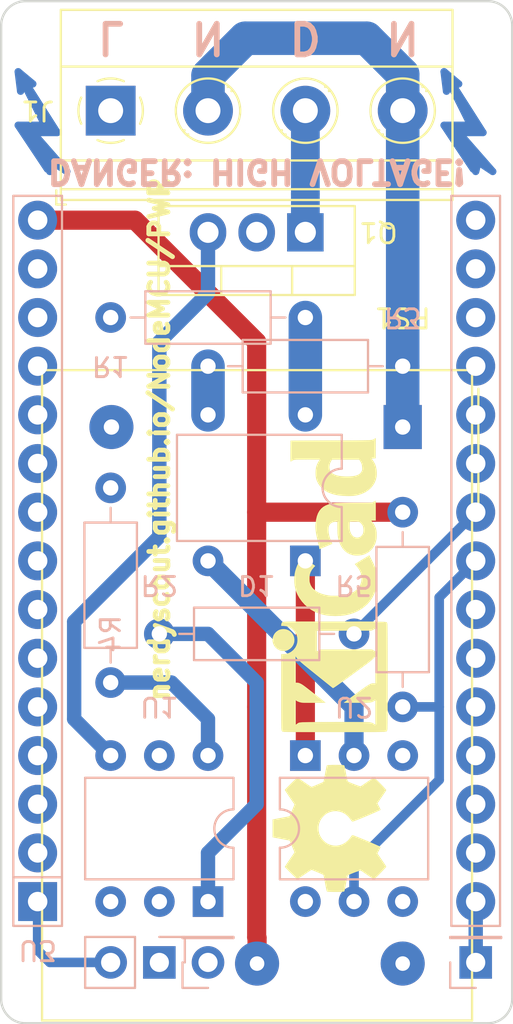
<source format=kicad_pcb>

(kicad_pcb
  (version 20171130)
  (host pcbnew 5.1.5+dfsg1-2build2)
  (general
    (thickness 1.6)
    (drawings 14)
    (tracks 59)
    (zones 0)
    (modules 19)
    (nets 17))
  (page A4)
  (title_block
    (title NodeMCU_PWR)
    (date 2020-10-04)
    (company https://nerdyscout.github.io/NodeMCU/PWR))
  (layers
    (0 F.Cu mixed hide)
    (31 B.Cu mixed hide)
    (32 B.Adhes user hide)
    (33 F.Adhes user hide)
    (34 B.Paste user hide)
    (35 F.Paste user hide)
    (36 B.SilkS user hide)
    (37 F.SilkS user hide)
    (38 B.Mask user)
    (39 F.Mask user)
    (40 Dwgs.User user)
    (41 Cmts.User user)
    (42 Eco1.User user)
    (43 Eco2.User user)
    (44 Edge.Cuts user)
    (45 Margin user)
    (46 B.CrtYd user)
    (47 F.CrtYd user)
    (48 B.Fab user)
    (49 F.Fab user))
  (setup
    (last_trace_width 0.75)
    (user_trace_width 0.25)
    (user_trace_width 0.5)
    (user_trace_width 0.75)
    (user_trace_width 1)
    (user_trace_width 1.5)
    (user_trace_width 1.75)
    (trace_clearance 0.5)
    (zone_clearance 0.25)
    (zone_45_only no)
    (trace_min 0.2)
    (via_size 0.8)
    (via_drill 0.4)
    (via_min_size 0.4)
    (via_min_drill 0.3)
    (uvia_size 0.3)
    (uvia_drill 0.1)
    (uvias_allowed no)
    (uvia_min_size 0.2)
    (uvia_min_drill 0.1)
    (edge_width 0.05)
    (segment_width 0.2)
    (pcb_text_width 0.3)
    (pcb_text_size 1.5 1.5)
    (mod_edge_width 0.12)
    (mod_text_size 1 1)
    (mod_text_width 0.15)
    (pad_size 1.7 1.7)
    (pad_drill 1)
    (pad_to_mask_clearance 0.2)
    (solder_mask_min_width 0.25)
    (aux_axis_origin 128.27 121.92)
    (grid_origin 128.27 121.92)
    (visible_elements FFFFFF7F)
    (pcbplotparams
      (layerselection 0x3d0ff_ffffffff)
      (usegerberextensions false)
      (usegerberattributes false)
      (usegerberadvancedattributes false)
      (creategerberjobfile false)
      (excludeedgelayer true)
      (linewidth 0.1)
      (plotframeref false)
      (viasonmask false)
      (mode 1)
      (useauxorigin false)
      (hpglpennumber 1)
      (hpglpenspeed 20)
      (hpglpendiameter 15.0)
      (psnegative false)
      (psa4output false)
      (plotreference true)
      (plotvalue true)
      (plotinvisibletext false)
      (padsonsilk false)
      (subtractmaskfromsilk false)
      (outputformat 1)
      (mirror false)
      (drillshape 0)
      (scaleselection 1)
      (outputdirectory "gerber")))
  (net 0 "")
  (net 1 GND)
  (net 2 NEUT)
  (net 3 VAC)
  (net 4 "Net-(D1-Pad1)")
  (net 5 "Net-(D1-Pad3)")
  (net 6 "Net-(D1-Pad2)")
  (net 7 "Net-(D1-Pad4)")
  (net 8 "Net-(Q1-Pad3)")
  (net 9 "Net-(R2-Pad2)")
  (net 10 "Net-(R4-Pad1)")
  (net 11 zero)
  (net 12 dim)
  (net 13 +5V)
  (net 14 "Net-(J1-Pad3)")
  (net 15 "Net-(J3-Pad2)")
  (net 16 "Net-(J2-Pad1)")
  (net_class Default "This is the default net class."
    (clearance 0.5)
    (trace_width 0.75)
    (via_dia 0.8)
    (via_drill 0.4)
    (uvia_dia 0.3)
    (uvia_drill 0.1)
    (add_net "Net-(D1-Pad1)")
    (add_net "Net-(D1-Pad2)")
    (add_net "Net-(J2-Pad1)")
    (add_net "Net-(J3-Pad2)")
    (add_net "Net-(Q1-Pad3)")
    (add_net "Net-(R2-Pad2)")
    (add_net "Net-(R4-Pad1)")
    (add_net dim)
    (add_net zero))
  (net_class ac ""
    (clearance 1)
    (trace_width 1.75)
    (via_dia 1)
    (via_drill 0.5)
    (uvia_dia 0.3)
    (uvia_drill 0.1)
    (add_net NEUT)
    (add_net "Net-(D1-Pad3)")
    (add_net "Net-(D1-Pad4)")
    (add_net "Net-(J1-Pad3)")
    (add_net VAC))
  (net_class power ""
    (clearance 0.5)
    (trace_width 1)
    (via_dia 1)
    (via_drill 0.4)
    (uvia_dia 0.3)
    (uvia_drill 0.1)
    (add_net +5V)
    (add_net GND))
  (module Package_DIP:DIP-6_W7.62mm
    (layer B.Cu)
    (tedit 5A02E8C5)
    (tstamp 5BEE5A02)
    (at 142.24 114.3 270)
    (descr "6-lead though-hole mounted DIP package, row spacing 7.62 mm (300 mils)")
    (tags "THT DIP DIL PDIP 2.54mm 7.62mm 300mil")
    (path /5B9C0B9F)
    (fp_text reference U2
      (at -2.54 -2.54 180 unlocked)
      (layer B.SilkS)
      (effects
        (font
          (size 1 1)
          (thickness 0.15))
        (justify mirror)))
    (fp_text value 4N25
      (at 4.445 -2.54)
      (layer B.Fab)
      (effects
        (font
          (size 1 1)
          (thickness 0.15))
        (justify mirror)))
    (fp_text user %R
      (at 3.175 -2.54)
      (layer B.Fab)
      (effects
        (font
          (size 1 1)
          (thickness 0.15))
        (justify mirror)))
    (fp_line
      (start 8.7 1.55)
      (end -1.1 1.55)
      (layer B.CrtYd)
      (width 0.05))
    (fp_line
      (start 8.7 -6.6)
      (end 8.7 1.55)
      (layer B.CrtYd)
      (width 0.05))
    (fp_line
      (start -1.1 -6.6)
      (end 8.7 -6.6)
      (layer B.CrtYd)
      (width 0.05))
    (fp_line
      (start -1.1 1.55)
      (end -1.1 -6.6)
      (layer B.CrtYd)
      (width 0.05))
    (fp_line
      (start 6.46 1.33)
      (end 4.81 1.33)
      (layer B.SilkS)
      (width 0.12))
    (fp_line
      (start 6.46 -6.41)
      (end 6.46 1.33)
      (layer B.SilkS)
      (width 0.12))
    (fp_line
      (start 1.16 -6.41)
      (end 6.46 -6.41)
      (layer B.SilkS)
      (width 0.12))
    (fp_line
      (start 1.16 1.33)
      (end 1.16 -6.41)
      (layer B.SilkS)
      (width 0.12))
    (fp_line
      (start 2.81 1.33)
      (end 1.16 1.33)
      (layer B.SilkS)
      (width 0.12))
    (fp_line
      (start 0.635 0.27)
      (end 1.635 1.27)
      (layer B.Fab)
      (width 0.1))
    (fp_line
      (start 0.635 -6.35)
      (end 0.635 0.27)
      (layer B.Fab)
      (width 0.1))
    (fp_line
      (start 6.985 -6.35)
      (end 0.635 -6.35)
      (layer B.Fab)
      (width 0.1))
    (fp_line
      (start 6.985 1.27)
      (end 6.985 -6.35)
      (layer B.Fab)
      (width 0.1))
    (fp_line
      (start 1.635 1.27)
      (end 6.985 1.27)
      (layer B.Fab)
      (width 0.1))
    (fp_arc
      (start 3.81 1.33)
      (end 2.81 1.33)
      (angle 180)
      (layer B.SilkS)
      (width 0.12))
    (pad 6 thru_hole oval
      (at 7.62 0 270)
      (size 1.6 1.6)
      (drill 0.8)
      (layers *.Cu *.Mask))
    (pad 3 thru_hole oval
      (at 0 -5.08 270)
      (size 1.6 1.6)
      (drill 0.8)
      (layers *.Cu *.Mask))
    (pad 5 thru_hole oval
      (at 7.62 -2.54 270)
      (size 1.6 1.6)
      (drill 0.8)
      (layers *.Cu *.Mask)
      (net 11 zero))
    (pad 2 thru_hole oval
      (at 0 -2.54 270)
      (size 1.6 1.6)
      (drill 0.8)
      (layers *.Cu *.Mask)
      (net 6 "Net-(D1-Pad2)"))
    (pad 4 thru_hole oval
      (at 7.62 -5.08 270)
      (size 1.6 1.6)
      (drill 0.8)
      (layers *.Cu *.Mask))
    (pad 1 thru_hole rect
      (at 0 0 270)
      (size 1.6 1.6)
      (drill 0.8)
      (layers *.Cu *.Mask)
      (net 4 "Net-(D1-Pad1)"))
    (model ${KISYS3DMOD}/Package_DIP.3dshapes/DIP-6_W7.62mm.wrl
      (at
        (xyz 0 0 0))
      (scale
        (xyz 1 1 1))
      (rotate
        (xyz 0 0 0))))
  (module Connector_PinHeader_2.54mm:PinHeader_1x01_P2.54mm_Vertical
    (layer B.Cu)
    (tedit 59FED5CC)
    (tstamp 5C43C790)
    (at 151.13 125.095)
    (descr "Through hole straight pin header, 1x01, 2.54mm pitch, single row")
    (tags "Through hole pin header THT 1x01 2.54mm single row")
    (path /5C44016A)
    (fp_text reference J2
      (at 0 2.33)
      (layer B.SilkS) hide
      (effects
        (font
          (size 1 1)
          (thickness 0.15))
        (justify mirror)))
    (fp_text value Conn_01x01
      (at -3.175 2.54)
      (layer B.Fab) hide
      (effects
        (font
          (size 1 1)
          (thickness 0.15))
        (justify mirror)))
    (fp_text user %R
      (at 0 0 -90)
      (layer B.Fab)
      (effects
        (font
          (size 1 1)
          (thickness 0.15))
        (justify mirror)))
    (fp_line
      (start 1.8 1.8)
      (end -1.8 1.8)
      (layer B.CrtYd)
      (width 0.05))
    (fp_line
      (start 1.8 -1.8)
      (end 1.8 1.8)
      (layer B.CrtYd)
      (width 0.05))
    (fp_line
      (start -1.8 -1.8)
      (end 1.8 -1.8)
      (layer B.CrtYd)
      (width 0.05))
    (fp_line
      (start -1.8 1.8)
      (end -1.8 -1.8)
      (layer B.CrtYd)
      (width 0.05))
    (fp_line
      (start -1.33 1.33)
      (end 0 1.33)
      (layer B.SilkS)
      (width 0.12))
    (fp_line
      (start -1.33 0)
      (end -1.33 1.33)
      (layer B.SilkS)
      (width 0.12))
    (fp_line
      (start -1.33 -1.27)
      (end 1.33 -1.27)
      (layer B.SilkS)
      (width 0.12))
    (fp_line
      (start 1.33 -1.27)
      (end 1.33 -1.33)
      (layer B.SilkS)
      (width 0.12))
    (fp_line
      (start -1.33 -1.27)
      (end -1.33 -1.33)
      (layer B.SilkS)
      (width 0.12))
    (fp_line
      (start -1.33 -1.33)
      (end 1.33 -1.33)
      (layer B.SilkS)
      (width 0.12))
    (fp_line
      (start -1.27 0.635)
      (end -0.635 1.27)
      (layer B.Fab)
      (width 0.1))
    (fp_line
      (start -1.27 -1.27)
      (end -1.27 0.635)
      (layer B.Fab)
      (width 0.1))
    (fp_line
      (start 1.27 -1.27)
      (end -1.27 -1.27)
      (layer B.Fab)
      (width 0.1))
    (fp_line
      (start 1.27 1.27)
      (end 1.27 -1.27)
      (layer B.Fab)
      (width 0.1))
    (fp_line
      (start -0.635 1.27)
      (end 1.27 1.27)
      (layer B.Fab)
      (width 0.1))
    (pad 1 thru_hole rect
      (at 0 0)
      (size 1.7 1.7)
      (drill 1)
      (layers *.Cu *.Mask)
      (net 16 "Net-(J2-Pad1)")))
  (module Connector_PinHeader_2.54mm:PinHeader_1x01_P2.54mm_Vertical
    (layer B.Cu)
    (tedit 5C437CB6)
    (tstamp 5C443992)
    (at 137.16 125.095)
    (descr "Through hole straight pin header, 1x01, 2.54mm pitch, single row")
    (tags "Through hole pin header THT 1x01 2.54mm single row")
    (path /5C443EDC)
    (fp_text reference J5
      (at 0 2.33)
      (layer B.SilkS) hide
      (effects
        (font
          (size 1 1)
          (thickness 0.15))
        (justify mirror)))
    (fp_text value Conn_01x01
      (at 0 -2.33)
      (layer B.Fab) hide
      (effects
        (font
          (size 1 1)
          (thickness 0.15))
        (justify mirror)))
    (fp_text user %R
      (at 0 0)
      (layer B.Fab)
      (effects
        (font
          (size 1 1)
          (thickness 0.15))
        (justify mirror)))
    (fp_line
      (start 1.8 1.8)
      (end -1.8 1.8)
      (layer B.CrtYd)
      (width 0.05))
    (fp_line
      (start 1.8 -1.8)
      (end 1.8 1.8)
      (layer B.CrtYd)
      (width 0.05))
    (fp_line
      (start -1.8 -1.8)
      (end 1.8 -1.8)
      (layer B.CrtYd)
      (width 0.05))
    (fp_line
      (start -1.8 1.8)
      (end -1.8 -1.8)
      (layer B.CrtYd)
      (width 0.05))
    (fp_line
      (start -1.33 1.33)
      (end 0 1.33)
      (layer B.SilkS)
      (width 0.12))
    (fp_line
      (start -1.33 0)
      (end -1.33 1.33)
      (layer B.SilkS)
      (width 0.12))
    (fp_line
      (start -1.33 -1.27)
      (end 1.33 -1.27)
      (layer B.SilkS)
      (width 0.12))
    (fp_line
      (start 1.33 -1.27)
      (end 1.33 -1.33)
      (layer B.SilkS)
      (width 0.12))
    (fp_line
      (start -1.33 -1.27)
      (end -1.33 -1.33)
      (layer B.SilkS)
      (width 0.12))
    (fp_line
      (start -1.33 -1.33)
      (end 1.33 -1.33)
      (layer B.SilkS)
      (width 0.12))
    (fp_line
      (start -1.27 0.635)
      (end -0.635 1.27)
      (layer B.Fab)
      (width 0.1))
    (fp_line
      (start -1.27 -1.27)
      (end -1.27 0.635)
      (layer B.Fab)
      (width 0.1))
    (fp_line
      (start 1.27 -1.27)
      (end -1.27 -1.27)
      (layer B.Fab)
      (width 0.1))
    (fp_line
      (start 1.27 1.27)
      (end 1.27 -1.27)
      (layer B.Fab)
      (width 0.1))
    (fp_line
      (start -0.635 1.27)
      (end 1.27 1.27)
      (layer B.Fab)
      (width 0.1))
    (pad 1 thru_hole circle
      (at 0 0)
      (size 1.7 1.7)
      (drill 1)
      (layers *.Cu *.Mask)))
  (module Module:NodeMCU_Amica_WithMountingHoles
    (layer B.Cu)
    (tedit 5C43762A)
    (tstamp 5B6C17BE)
    (at 128.27 121.92)
    (descr "NodeMCU ESP866")
    (tags "NodeMCU ESP866")
    (path /5B6B53D8)
    (fp_text reference U3
      (at 0 2.54 180 unlocked)
      (layer B.SilkS)
      (effects
        (font
          (size 1 1)
          (thickness 0.15))
        (justify mirror)))
    (fp_text value "NodeMCU1.0(ESP-12E)"
      (at 10.795 -5.715)
      (layer B.Fab) hide
      (effects
        (font
          (size 1 1)
          (thickness 0.15))
        (justify mirror)))
    (fp_text user %R
      (at 0 2.54)
      (layer B.Fab) hide
      (effects
        (font
          (size 1 1)
          (thickness 0.15))
        (justify mirror)))
    (fp_text user D0
      (at 20.32 0)
      (layer B.SilkS) hide
      (effects
        (font
          (size 1 1)
          (thickness 0.15))
        (justify mirror)))
    (fp_text user D1
      (at 20.32 -2.54)
      (layer B.SilkS) hide
      (effects
        (font
          (size 1 1)
          (thickness 0.15))
        (justify mirror)))
    (fp_text user D2
      (at 20.32 -5.08)
      (layer B.SilkS) hide
      (effects
        (font
          (size 1 1)
          (thickness 0.15))
        (justify mirror)))
    (fp_text user D3
      (at 20.32 -7.62)
      (layer B.SilkS) hide
      (effects
        (font
          (size 1 1)
          (thickness 0.15))
        (justify mirror)))
    (fp_text user D4
      (at 20.32 -10.16)
      (layer B.SilkS) hide
      (effects
        (font
          (size 1 1)
          (thickness 0.15))
        (justify mirror)))
    (fp_text user 3V
      (at 20.32 -12.7)
      (layer B.SilkS) hide
      (effects
        (font
          (size 1 1)
          (thickness 0.15))
        (justify mirror)))
    (fp_text user G
      (at 20.32 -15.24)
      (layer B.SilkS) hide
      (effects
        (font
          (size 1 1)
          (thickness 0.15))
        (justify mirror)))
    (fp_text user D5
      (at 20.32 -17.78)
      (layer B.SilkS) hide
      (effects
        (font
          (size 1 1)
          (thickness 0.15))
        (justify mirror)))
    (fp_text user D6
      (at 20.32 -20.32)
      (layer B.SilkS) hide
      (effects
        (font
          (size 1 1)
          (thickness 0.15))
        (justify mirror)))
    (fp_text user D7
      (at 20.32 -22.86)
      (layer B.SilkS) hide
      (effects
        (font
          (size 1 1)
          (thickness 0.15))
        (justify mirror)))
    (fp_text user D8
      (at 20.32 -25.4)
      (layer B.SilkS) hide
      (effects
        (font
          (size 1 1)
          (thickness 0.15))
        (justify mirror)))
    (fp_text user RX
      (at 20.32 -27.94)
      (layer B.SilkS) hide
      (effects
        (font
          (size 1 1)
          (thickness 0.15))
        (justify mirror)))
    (fp_text user TX
      (at 20.32 -30.48)
      (layer B.SilkS) hide
      (effects
        (font
          (size 1 1)
          (thickness 0.15))
        (justify mirror)))
    (fp_text user G
      (at 20.32 -33.02)
      (layer B.SilkS) hide
      (effects
        (font
          (size 1 1)
          (thickness 0.15))
        (justify mirror)))
    (fp_text user 3V
      (at 20.32 -35.56)
      (layer B.SilkS) hide
      (effects
        (font
          (size 1 1)
          (thickness 0.15))
        (justify mirror)))
    (fp_text user A0
      (at 2.54 0)
      (layer B.SilkS) hide
      (effects
        (font
          (size 1 1)
          (thickness 0.15))
        (justify mirror)))
    (fp_text user G
      (at 2.54 -2.54)
      (layer B.SilkS) hide
      (effects
        (font
          (size 1 1)
          (thickness 0.15))
        (justify mirror)))
    (fp_text user VU
      (at 2.54 -5.08)
      (layer B.SilkS) hide
      (effects
        (font
          (size 1 1)
          (thickness 0.15))
        (justify mirror)))
    (fp_text user S3
      (at 2.54 -7.62)
      (layer B.SilkS) hide
      (effects
        (font
          (size 1 1)
          (thickness 0.15))
        (justify mirror)))
    (fp_text user S2
      (at 2.54 -10.16)
      (layer B.SilkS) hide
      (effects
        (font
          (size 1 1)
          (thickness 0.15))
        (justify mirror)))
    (fp_text user S1
      (at 2.54 -12.7)
      (layer B.SilkS) hide
      (effects
        (font
          (size 1 1)
          (thickness 0.15))
        (justify mirror)))
    (fp_text user SC
      (at 2.54 -15.24)
      (layer B.SilkS) hide
      (effects
        (font
          (size 1 1)
          (thickness 0.15))
        (justify mirror)))
    (fp_text user SO
      (at 2.54 -17.78)
      (layer B.SilkS) hide
      (effects
        (font
          (size 1 1)
          (thickness 0.15))
        (justify mirror)))
    (fp_text user SK
      (at 2.54 -20.32)
      (layer B.SilkS) hide
      (effects
        (font
          (size 1 1)
          (thickness 0.15))
        (justify mirror)))
    (fp_text user G
      (at 2.54 -22.86)
      (layer B.SilkS) hide
      (effects
        (font
          (size 1 1)
          (thickness 0.15))
        (justify mirror)))
    (fp_text user 3V
      (at 2.54 -25.4)
      (layer B.SilkS) hide
      (effects
        (font
          (size 1 1)
          (thickness 0.15))
        (justify mirror)))
    (fp_text user EN
      (at 2.54 -27.94)
      (layer B.SilkS) hide
      (effects
        (font
          (size 1 1)
          (thickness 0.15))
        (justify mirror)))
    (fp_text user RST
      (at 2.54 -30.48)
      (layer B.SilkS) hide
      (effects
        (font
          (size 1 1)
          (thickness 0.15))
        (justify mirror)))
    (fp_text user G
      (at 2.54 -33.02)
      (layer B.SilkS) hide
      (effects
        (font
          (size 1 1)
          (thickness 0.15))
        (justify mirror)))
    (fp_text user VIN
      (at 2.54 -35.56)
      (layer B.SilkS) hide
      (effects
        (font
          (size 1 1)
          (thickness 0.15))
        (justify mirror)))
    (fp_line
      (start -0.127 6.096)
      (end -1.143 5.08)
      (layer B.Fab)
      (width 0.1))
    (fp_line
      (start 24.003 6.096)
      (end -0.127 6.096)
      (layer B.Fab)
      (width 0.1))
    (fp_line
      (start 24.003 -42.164)
      (end 24.003 6.096)
      (layer B.Fab)
      (width 0.1))
    (fp_line
      (start -1.143 -42.164)
      (end 24.003 -42.164)
      (layer B.Fab)
      (width 0.1))
    (fp_line
      (start -1.143 5.08)
      (end -1.143 -42.164)
      (layer B.Fab)
      (width 0.1))
    (fp_line
      (start 1.27 1.27)
      (end -1.27 1.27)
      (layer B.SilkS)
      (width 0.12))
    (fp_line
      (start 24.13 -36.83)
      (end 24.13 1.27)
      (layer B.SilkS)
      (width 0.12))
    (fp_line
      (start 24.13 1.27)
      (end 21.59 1.27)
      (layer B.SilkS)
      (width 0.12))
    (fp_line
      (start 21.59 1.27)
      (end 21.59 -36.83)
      (layer B.SilkS)
      (width 0.12))
    (fp_line
      (start 21.59 -36.83)
      (end 24.13 -36.83)
      (layer B.SilkS)
      (width 0.12))
    (fp_line
      (start 1.27 -1.27)
      (end -1.27 -1.27)
      (layer B.SilkS)
      (width 0.12))
    (fp_line
      (start 1.27 -36.83)
      (end 1.27 1.27)
      (layer B.SilkS)
      (width 0.12))
    (fp_line
      (start -1.27 -36.83)
      (end 1.27 -36.83)
      (layer B.SilkS)
      (width 0.12))
    (fp_line
      (start -1.27 1.27)
      (end -1.27 -36.83)
      (layer B.SilkS)
      (width 0.12))
    (fp_line
      (start -1.8 6.2)
      (end 24.6 6.2)
      (layer B.CrtYd)
      (width 0.05))
    (fp_line
      (start 24.6 6.2)
      (end 24.6 -42.4)
      (layer B.CrtYd)
      (width 0.05))
    (fp_line
      (start 24.6 -42.4)
      (end -1.8 -42.4)
      (layer B.CrtYd)
      (width 0.05))
    (fp_line
      (start -1.8 -42.4)
      (end -1.8 6.2)
      (layer B.CrtYd)
      (width 0.05))
    (pad 29 thru_hole circle
      (at 22.86 -2.54)
      (size 2.032 2.032)
      (drill 1.016)
      (layers *.Cu *.Mask))
    (pad 27 thru_hole circle
      (at 22.86 -7.62)
      (size 2.032 2.032)
      (drill 1.016)
      (layers *.Cu *.Mask))
    (pad 28 thru_hole circle
      (at 22.86 -5.08)
      (size 2.032 2.032)
      (drill 1.016)
      (layers *.Cu *.Mask))
    (pad 20 thru_hole circle
      (at 22.86 -25.4)
      (size 2.032 2.032)
      (drill 1.016)
      (layers *.Cu *.Mask))
    (pad 21 thru_hole circle
      (at 22.86 -22.86)
      (size 2.032 2.032)
      (drill 1.016)
      (layers *.Cu *.Mask))
    (pad 23 thru_hole circle
      (at 22.86 -17.78)
      (size 2.032 2.032)
      (drill 1.016)
      (layers *.Cu *.Mask)
      (net 11 zero))
    (pad 22 thru_hole circle
      (at 22.86 -20.32)
      (size 2.032 2.032)
      (drill 1.016)
      (layers *.Cu *.Mask)
      (net 12 dim))
    (pad 16 thru_hole circle
      (at 22.86 -35.56)
      (size 2.032 2.032)
      (drill 1.016)
      (layers *.Cu *.Mask))
    (pad 24 thru_hole circle
      (at 22.86 -15.24)
      (size 2.032 2.032)
      (drill 1.016)
      (layers *.Cu *.Mask))
    (pad 26 thru_hole circle
      (at 22.86 -10.16)
      (size 2.032 2.032)
      (drill 1.016)
      (layers *.Cu *.Mask))
    (pad 25 thru_hole circle
      (at 22.86 -12.7)
      (size 2.032 2.032)
      (drill 1.016)
      (layers *.Cu *.Mask))
    (pad 19 thru_hole circle
      (at 22.86 -27.94)
      (size 2.032 2.032)
      (drill 1.016)
      (layers *.Cu *.Mask))
    (pad 17 thru_hole circle
      (at 22.86 -33.02)
      (size 2.032 2.032)
      (drill 1.016)
      (layers *.Cu *.Mask))
    (pad 18 thru_hole circle
      (at 22.86 -30.48)
      (size 2.032 2.032)
      (drill 1.016)
      (layers *.Cu *.Mask))
    (pad 30 thru_hole circle
      (at 22.86 0)
      (size 2.032 2.032)
      (drill 1.016)
      (layers *.Cu *.Mask)
      (net 16 "Net-(J2-Pad1)"))
    (pad 15 thru_hole circle
      (at 0 -35.56)
      (size 2.032 2.032)
      (drill 1.016)
      (layers *.Cu *.Mask)
      (net 13 +5V))
    (pad 14 thru_hole circle
      (at 0 -33.02)
      (size 2.032 2.032)
      (drill 1.016)
      (layers *.Cu *.Mask))
    (pad 13 thru_hole circle
      (at 0 -30.48)
      (size 2.032 2.032)
      (drill 1.016)
      (layers *.Cu *.Mask))
    (pad 12 thru_hole circle
      (at 0 -27.94)
      (size 2.032 2.032)
      (drill 1.016)
      (layers *.Cu *.Mask))
    (pad 11 thru_hole circle
      (at 0 -25.4)
      (size 2.032 2.032)
      (drill 1.016)
      (layers *.Cu *.Mask))
    (pad 10 thru_hole circle
      (at 0 -22.86)
      (size 2.032 2.032)
      (drill 1.016)
      (layers *.Cu *.Mask))
    (pad 9 thru_hole circle
      (at 0 -20.32)
      (size 2.032 2.032)
      (drill 1.016)
      (layers *.Cu *.Mask))
    (pad 8 thru_hole circle
      (at 0 -17.78)
      (size 2.032 2.032)
      (drill 1.016)
      (layers *.Cu *.Mask))
    (pad 7 thru_hole circle
      (at 0 -15.24)
      (size 2.032 2.032)
      (drill 1.016)
      (layers *.Cu *.Mask))
    (pad 6 thru_hole circle
      (at 0 -12.7)
      (size 2.032 2.032)
      (drill 1.016)
      (layers *.Cu *.Mask))
    (pad 5 thru_hole circle
      (at 0 -10.16)
      (size 2.032 2.032)
      (drill 1.016)
      (layers *.Cu *.Mask))
    (pad 4 thru_hole circle
      (at 0 -7.62)
      (size 2.032 2.032)
      (drill 1.016)
      (layers *.Cu *.Mask))
    (pad 3 thru_hole circle
      (at 0 -5.08)
      (size 2.032 2.032)
      (drill 1.016)
      (layers *.Cu *.Mask))
    (pad 2 thru_hole circle
      (at 0 -2.54)
      (size 2.032 2.032)
      (drill 1.016)
      (layers *.Cu *.Mask))
    (pad 1 thru_hole rect
      (at 0 0)
      (size 2.032 2.032)
      (drill 1.016)
      (layers *.Cu *.Mask)
      (net 15 "Net-(J3-Pad2)"))
    (model ${KISYS3DMOD}/Module.3dshapes/NodeMCU_Amica.wrl
      (at
        (xyz 0 0 0))
      (scale
        (xyz 1 1 1))
      (rotate
        (xyz 0 0 0))))
  (module Connector_PinSocket_2.54mm:PinSocket_1x02_P2.54mm_Vertical
    (layer B.Cu)
    (tedit 5A19A420)
    (tstamp 5F797AC6)
    (at 134.62 125.095 90)
    (descr "Through hole straight socket strip, 1x02, 2.54mm pitch, single row (from Kicad 4.0.7), script generated")
    (tags "Through hole socket strip THT 1x02 2.54mm single row")
    (path /5C438B5D)
    (fp_text reference J3
      (at 0 2.77 90)
      (layer B.SilkS) hide
      (effects
        (font
          (size 1 1)
          (thickness 0.15))
        (justify mirror)))
    (fp_text value Conn_01x02
      (at -1.905 0 180)
      (layer B.Fab) hide
      (effects
        (font
          (size 1 1)
          (thickness 0.15))
        (justify mirror)))
    (fp_text user %R
      (at 0 -1.27)
      (layer B.Fab)
      (effects
        (font
          (size 1 1)
          (thickness 0.15))
        (justify mirror)))
    (fp_line
      (start -1.8 -4.3)
      (end -1.8 1.8)
      (layer B.CrtYd)
      (width 0.05))
    (fp_line
      (start 1.75 -4.3)
      (end -1.8 -4.3)
      (layer B.CrtYd)
      (width 0.05))
    (fp_line
      (start 1.75 1.8)
      (end 1.75 -4.3)
      (layer B.CrtYd)
      (width 0.05))
    (fp_line
      (start -1.8 1.8)
      (end 1.75 1.8)
      (layer B.CrtYd)
      (width 0.05))
    (fp_line
      (start 0 1.33)
      (end 1.33 1.33)
      (layer B.SilkS)
      (width 0.12))
    (fp_line
      (start 1.33 1.33)
      (end 1.33 0)
      (layer B.SilkS)
      (width 0.12))
    (fp_line
      (start 1.33 -1.27)
      (end 1.33 -3.87)
      (layer B.SilkS)
      (width 0.12))
    (fp_line
      (start -1.33 -3.87)
      (end 1.33 -3.87)
      (layer B.SilkS)
      (width 0.12))
    (fp_line
      (start -1.33 -1.27)
      (end -1.33 -3.87)
      (layer B.SilkS)
      (width 0.12))
    (fp_line
      (start -1.33 -1.27)
      (end 1.33 -1.27)
      (layer B.SilkS)
      (width 0.12))
    (fp_line
      (start -1.27 -3.81)
      (end -1.27 1.27)
      (layer B.Fab)
      (width 0.1))
    (fp_line
      (start 1.27 -3.81)
      (end -1.27 -3.81)
      (layer B.Fab)
      (width 0.1))
    (fp_line
      (start 1.27 0.635)
      (end 1.27 -3.81)
      (layer B.Fab)
      (width 0.1))
    (fp_line
      (start 0.635 1.27)
      (end 1.27 0.635)
      (layer B.Fab)
      (width 0.1))
    (fp_line
      (start -1.27 1.27)
      (end 0.635 1.27)
      (layer B.Fab)
      (width 0.1))
    (pad 2 thru_hole oval
      (at 0 -2.54 90)
      (size 1.7 1.7)
      (drill 1)
      (layers *.Cu *.Mask)
      (net 15 "Net-(J3-Pad2)"))
    (pad 1 thru_hole rect
      (at 0 0 90)
      (size 1.7 1.7)
      (drill 1)
      (layers *.Cu *.Mask)))
  (module Converter_ACDC:Converter_ACDC_MeanWell_IRM-02-xx_THT
    (layer F.Cu)
    (tedit 59FEFB72)
    (tstamp 5C54E8BC)
    (at 147.32 97.155 270)
    (descr "ACDC-Converter, 2W, Meanwell, IRM-02, THT, https://www.meanwell.co.uk/media/productPDF/IRM-02-spec.pdf")
    (tags "ACDC-Converter 2W THT")
    (path /5B9C1D83)
    (fp_text reference PS1
      (at -5.715 0 180 unlocked)
      (layer F.SilkS)
      (effects
        (font
          (size 1 1)
          (thickness 0.15))))
    (fp_text value IRM-02-5
      (at 14.605 7.62)
      (layer F.Fab)
      (effects
        (font
          (size 1 1)
          (thickness 0.15))))
    (fp_text user %R
      (at 13.335 7.47)
      (layer F.Fab)
      (effects
        (font
          (size 1 1)
          (thickness 0.15))))
    (fp_line
      (start -2 -3.95)
      (end 4 -3.95)
      (layer F.SilkS)
      (width 0.12))
    (fp_line
      (start 1 -3.5)
      (end 0 -2.5)
      (layer F.Fab)
      (width 0.1))
    (fp_line
      (start 0 -2.5)
      (end -1 -3.5)
      (layer F.Fab)
      (width 0.1))
    (fp_line
      (start -1 -3.5)
      (end -2.85 -3.5)
      (layer F.Fab)
      (width 0.1))
    (fp_line
      (start 1 -3.5)
      (end 30.85 -3.5)
      (layer F.Fab)
      (width 0.1))
    (fp_line
      (start -2.85 18.7)
      (end -2.85 -3.5)
      (layer F.Fab)
      (width 0.1))
    (fp_line
      (start 30.85 18.7)
      (end 30.85 -3.5)
      (layer F.Fab)
      (width 0.1))
    (fp_line
      (start -2.85 18.7)
      (end 30.85 18.7)
      (layer F.Fab)
      (width 0.1))
    (fp_line
      (start -2.97 18.82)
      (end 30.97 18.82)
      (layer F.SilkS)
      (width 0.12))
    (fp_line
      (start -2.97 -3.62)
      (end 30.97 -3.62)
      (layer F.SilkS)
      (width 0.12))
    (fp_line
      (start 30.97 -3.62)
      (end 30.97 18.82)
      (layer F.SilkS)
      (width 0.12))
    (fp_line
      (start -2.97 18.82)
      (end -2.97 -3.62)
      (layer F.SilkS)
      (width 0.12))
    (fp_line
      (start -3.1 18.95)
      (end 31.1 18.95)
      (layer F.CrtYd)
      (width 0.05))
    (fp_line
      (start 31.1 18.95)
      (end 31.1 -3.75)
      (layer F.CrtYd)
      (width 0.05))
    (fp_line
      (start -3.1 -3.75)
      (end 31.1 -3.75)
      (layer F.CrtYd)
      (width 0.05))
    (fp_line
      (start -3.1 18.95)
      (end -3.1 -3.75)
      (layer F.CrtYd)
      (width 0.05))
    (pad 4 thru_hole circle
      (at 28 7.6 270)
      (size 2.3 2.3)
      (drill 0.76)
      (layers *.Cu *.Mask)
      (net 13 +5V))
    (pad 2 thru_hole circle
      (at 0 15.2 270)
      (size 2.3 2.3)
      (drill 0.8)
      (layers *.Cu *.Mask))
    (pad 1 thru_hole rect
      (at 0 0 270)
      (size 2.3 2)
      (drill 0.8)
      (layers *.Cu *.Mask)
      (net 2 NEUT))
    (pad 3 thru_hole circle
      (at 28 0 270)
      (size 2.3 2.3)
      (drill 0.76)
      (layers *.Cu *.Mask))
    (model ${KISYS3DMOD}/Converter_ACDC.3dshapes/Converter_ACDC_MeanWell_IRM-02-xx_THT.wrl
      (at
        (xyz 0 0 0))
      (scale
        (xyz 1 1 1))
      (rotate
        (xyz 0 0 0))))
  (module Symbol:Symbol_Highvoltage_Type1_CopperTop_Small
    (layer B.Cu)
    (tedit 0)
    (tstamp 5BDB700B)
    (at 127.635 80.645)
    (descr "Symbol, Highvoltage, Type 1, Copper Top, Small,")
    (tags "Symbol, Highvoltage, Type 1, Copper Top, Small,")
    (path /5BDB32DB)
    (fp_text reference SYM2
      (at 1.016 5.207)
      (layer B.SilkS) hide
      (effects
        (font
          (size 1 1)
          (thickness 0.15))
        (justify mirror)))
    (fp_text value SYM_Flash_Small
      (at 0.508 -4.191)
      (layer B.Fab) hide
      (effects
        (font
          (size 1 1)
          (thickness 0.15))
        (justify mirror)))
    (fp_line
      (start -0.127 -1.524)
      (end -0.254 -1.016)
      (layer B.Cu)
      (width 0.381))
    (fp_line
      (start 1.016 0.762)
      (end -0.127 -1.524)
      (layer B.Cu)
      (width 0.381))
    (fp_line
      (start -0.381 0.762)
      (end 1.016 0.762)
      (layer B.Cu)
      (width 0.381))
    (fp_line
      (start 1.143 3.048)
      (end -0.381 0.762)
      (layer B.Cu)
      (width 0.381))
    (fp_line
      (start 1.397 2.667)
      (end 1.27 3.175)
      (layer B.Cu)
      (width 0.381))
    (fp_line
      (start 2.159 3.175)
      (end 1.397 2.667)
      (layer B.Cu)
      (width 0.381))
    (fp_line
      (start 0.381 1.143)
      (end 2.159 3.175)
      (layer B.Cu)
      (width 0.381))
    (fp_line
      (start 1.651 1.143)
      (end 0.381 1.143)
      (layer B.Cu)
      (width 0.381))
    (fp_line
      (start -0.127 -1.651)
      (end 1.651 1.143)
      (layer B.Cu)
      (width 0.381))
    (fp_line
      (start 0.381 -1.397)
      (end -0.127 -1.651)
      (layer B.Cu)
      (width 0.381))
    (fp_line
      (start -0.381 -2.032)
      (end 0.381 -1.397)
      (layer B.Cu)
      (width 0.381))
    (fp_line
      (start -0.254 -1.016)
      (end -0.381 -2.032)
      (layer B.Cu)
      (width 0.381))
    (fp_line
      (start 0 0.889)
      (end 1.27 0.889)
      (layer B.Cu)
      (width 0.381))
    (fp_line
      (start 1.397 2.794)
      (end 0 0.889)
      (layer B.Cu)
      (width 0.381)))
  (module Symbol:Symbol_Highvoltage_Type1_CopperTop_Small
    (layer B.Cu)
    (tedit 0)
    (tstamp 5BDB6797)
    (at 149.86 80.645)
    (descr "Symbol, Highvoltage, Type 1, Copper Top, Small,")
    (tags "Symbol, Highvoltage, Type 1, Copper Top, Small,")
    (path /5B9BF702)
    (fp_text reference SYM1
      (at 1.016 5.207)
      (layer B.SilkS) hide
      (effects
        (font
          (size 1 1)
          (thickness 0.15))
        (justify mirror)))
    (fp_text value SYM_Flash_Small
      (at 0.508 -4.191)
      (layer B.Fab) hide
      (effects
        (font
          (size 1 1)
          (thickness 0.15))
        (justify mirror)))
    (fp_line
      (start -0.127 -1.524)
      (end -0.254 -1.016)
      (layer B.Cu)
      (width 0.381))
    (fp_line
      (start 1.016 0.762)
      (end -0.127 -1.524)
      (layer B.Cu)
      (width 0.381))
    (fp_line
      (start -0.381 0.762)
      (end 1.016 0.762)
      (layer B.Cu)
      (width 0.381))
    (fp_line
      (start 1.143 3.048)
      (end -0.381 0.762)
      (layer B.Cu)
      (width 0.381))
    (fp_line
      (start 1.397 2.667)
      (end 1.27 3.175)
      (layer B.Cu)
      (width 0.381))
    (fp_line
      (start 2.159 3.175)
      (end 1.397 2.667)
      (layer B.Cu)
      (width 0.381))
    (fp_line
      (start 0.381 1.143)
      (end 2.159 3.175)
      (layer B.Cu)
      (width 0.381))
    (fp_line
      (start 1.651 1.143)
      (end 0.381 1.143)
      (layer B.Cu)
      (width 0.381))
    (fp_line
      (start -0.127 -1.651)
      (end 1.651 1.143)
      (layer B.Cu)
      (width 0.381))
    (fp_line
      (start 0.381 -1.397)
      (end -0.127 -1.651)
      (layer B.Cu)
      (width 0.381))
    (fp_line
      (start -0.381 -2.032)
      (end 0.381 -1.397)
      (layer B.Cu)
      (width 0.381))
    (fp_line
      (start -0.254 -1.016)
      (end -0.381 -2.032)
      (layer B.Cu)
      (width 0.381))
    (fp_line
      (start 0 0.889)
      (end 1.27 0.889)
      (layer B.Cu)
      (width 0.381))
    (fp_line
      (start 1.397 2.794)
      (end 0 0.889)
      (layer B.Cu)
      (width 0.381)))
  (module Symbol:KiCad-Logo_6mm_SilkScreen
    (layer F.Cu)
    (tedit 0)
    (tstamp 5BEEE545)
    (at 143.51 105.41 90)
    (descr "KiCad Logo")
    (tags "Logo KiCad")
    (path /5B72AEE2)
    (attr virtual)
    (fp_text reference LOGO2
      (at 0 0 90)
      (layer F.SilkS) hide
      (effects
        (font
          (size 1 1)
          (thickness 0.15))))
    (fp_text value Logo_Open_Hardware_Small
      (at 0.75 0 90)
      (layer F.Fab) hide
      (effects
        (font
          (size 1 1)
          (thickness 0.15))))
    (fp_poly
      (pts
        (xy -2.726079 -2.96351)
        (xy -2.622973 -2.927762)
        (xy -2.526978 -2.871493)
        (xy -2.441247 -2.794712)
        (xy -2.36893 -2.697427)
        (xy -2.336445 -2.636108)
        (xy -2.308332 -2.55034)
        (xy -2.294705 -2.451323)
        (xy -2.296214 -2.349529)
        (xy -2.312969 -2.257286)
        (xy -2.358763 -2.144568)
        (xy -2.425168 -2.046793)
        (xy -2.508809 -1.965885)
        (xy -2.606312 -1.903768)
        (xy -2.7143 -1.862366)
        (xy -2.829399 -1.843603)
        (xy -2.948234 -1.849402)
        (xy -3.006811 -1.861794)
        (xy -3.120972 -1.906203)
        (xy -3.222365 -1.973967)
        (xy -3.308545 -2.062999)
        (xy -3.377066 -2.171209)
        (xy -3.382864 -2.183027)
        (xy -3.402904 -2.227372)
        (xy -3.415487 -2.26472)
        (xy -3.422319 -2.30412)
        (xy -3.425105 -2.354619)
        (xy -3.425568 -2.409567)
        (xy -3.424803 -2.475585)
        (xy -3.421352 -2.523311)
        (xy -3.413477 -2.561897)
        (xy -3.399443 -2.600494)
        (xy -3.38212 -2.638574)
        (xy -3.317505 -2.746672)
        (xy -3.237934 -2.834197)
        (xy -3.14656 -2.901159)
        (xy -3.046536 -2.947564)
        (xy -2.941012 -2.973419)
        (xy -2.833142 -2.978732)
        (xy -2.726079 -2.96351))
      (layer F.SilkS)
      (width 0.01))
    (fp_poly
      (pts
        (xy 6.84227 -2.043175)
        (xy 6.959041 -2.042696)
        (xy 6.998729 -2.042455)
        (xy 7.544486 -2.038865)
        (xy 7.551351 0.054919)
        (xy 7.552258 0.338842)
        (xy 7.553062 0.59664)
        (xy 7.553815 0.829646)
        (xy 7.554569 1.039194)
        (xy 7.555375 1.226618)
        (xy 7.556285 1.39325)
        (xy 7.557351 1.540425)
        (xy 7.558624 1.669477)
        (xy 7.560156 1.781739)
        (xy 7.561998 1.878544)
        (xy 7.564203 1.961226)
        (xy 7.566822 2.031119)
        (xy 7.569906 2.089557)
        (xy 7.573508 2.137872)
        (xy 7.577678 2.1774)
        (xy 7.582469 2.209473)
        (xy 7.587931 2.235424)
        (xy 7.594118 2.256589)
        (xy 7.60108 2.274299)
        (xy 7.608869 2.289889)
        (xy 7.617537 2.304693)
        (xy 7.627135 2.320044)
        (xy 7.637715 2.337276)
        (xy 7.639884 2.340946)
        (xy 7.676268 2.403031)
        (xy 7.150431 2.399434)
        (xy 6.624594 2.395838)
        (xy 6.617729 2.280331)
        (xy 6.613992 2.224899)
        (xy 6.610097 2.192851)
        (xy 6.604811 2.180135)
        (xy 6.596903 2.182696)
        (xy 6.59027 2.190024)
        (xy 6.561374 2.216714)
        (xy 6.514279 2.251021)
        (xy 6.45562 2.288846)
        (xy 6.392031 2.32609)
        (xy 6.330149 2.358653)
        (xy 6.282634 2.380077)
        (xy 6.171316 2.415283)
        (xy 6.043596 2.440222)
        (xy 5.908901 2.453941)
        (xy 5.776663 2.455486)
        (xy 5.656308 2.443906)
        (xy 5.654326 2.443574)
        (xy 5.489641 2.40225)
        (xy 5.335479 2.336412)
        (xy 5.193328 2.247474)
        (xy 5.064675 2.136852)
        (xy 4.951007 2.005961)
        (xy 4.85381 1.856216)
        (xy 4.774572 1.689033)
        (xy 4.73143 1.56519)
        (xy 4.702979 1.461581)
        (xy 4.68188 1.361252)
        (xy 4.667488 1.258109)
        (xy 4.659158 1.146057)
        (xy 4.656245 1.019001)
        (xy 4.657535 0.915252)
        (xy 5.67065 0.915252)
        (xy 5.675444 1.089222)
        (xy 5.690568 1.238895)
        (xy 5.716485 1.365597)
        (xy 5.753663 1.470658)
        (xy 5.802565 1.555406)
        (xy 5.863658 1.621169)
        (xy 5.934177 1.667659)
        (xy 5.970871 1.685014)
        (xy 6.002696 1.695419)
        (xy 6.038177 1.700179)
        (xy 6.085841 1.700601)
        (xy 6.137189 1.698748)
        (xy 6.238169 1.689841)
        (xy 6.318035 1.672398)
        (xy 6.343135 1.663661)
        (xy 6.400448 1.637857)
        (xy 6.460897 1.605453)
        (xy 6.487297 1.589233)
        (xy 6.555946 1.544205)
        (xy 6.555946 0.116982)
        (xy 6.480432 0.071718)
        (xy 6.375121 0.020572)
        (xy 6.267525 -0.009676)
        (xy 6.161581 -0.019205)
        (xy 6.061224 -0.008193)
        (xy 5.970387 0.023181)
        (xy 5.893007 0.07474)
        (xy 5.868039 0.099488)
        (xy 5.807856 0.180577)
        (xy 5.759145 0.278734)
        (xy 5.721499 0.395643)
        (xy 5.694512 0.532985)
        (xy 5.677775 0.692444)
        (xy 5.670883 0.8757)
        (xy 5.67065 0.915252)
        (xy 4.657535 0.915252)
        (xy 4.658073 0.872067)
        (xy 4.669647 0.646053)
        (xy 4.69292 0.442192)
        (xy 4.728504 0.257513)
        (xy 4.777013 0.089048)
        (xy 4.83906 -0.066174)
        (xy 4.861201 -0.112192)
        (xy 4.950385 -0.262261)
        (xy 5.058159 -0.395623)
        (xy 5.18199 -0.510123)
        (xy 5.319342 -0.603611)
        (xy 5.467683 -0.673932)
        (xy 5.556604 -0.70294)
        (xy 5.643933 -0.72016)
        (xy 5.749011 -0.730406)
        (xy 5.863029 -0.733682)
        (xy 5.977177 -0.729991)
        (xy 6.082648 -0.71934)
        (xy 6.167334 -0.70263)
        (xy 6.268128 -0.66986)
        (xy 6.365822 -0.627721)
        (xy 6.451296 -0.580481)
        (xy 6.496789 -0.548419)
        (xy 6.528169 -0.524578)
        (xy 6.550142 -0.510061)
        (xy 6.555141 -0.508)
        (xy 6.55669 -0.521282)
        (xy 6.558135 -0.559337)
        (xy 6.559443 -0.619481)
        (xy 6.560583 -0.699027)
        (xy 6.561521 -0.795289)
        (xy 6.562226 -0.905581)
        (xy 6.562667 -1.027219)
        (xy 6.562811 -1.151115)
        (xy 6.56273 -1.309804)
        (xy 6.562335 -1.443592)
        (xy 6.561395 -1.55504)
        (xy 6.55968 -1.646705)
        (xy 6.556957 -1.721147)
        (xy 6.552997 -1.780925)
        (xy 6.547569 -1.828598)
        (xy 6.540441 -1.866726)
        (xy 6.531384 -1.897866)
        (xy 6.520167 -1.924579)
        (xy 6.506558 -1.949423)
        (xy 6.490328 -1.974957)
        (xy 6.48824 -1.978119)
        (xy 6.467306 -2.01119)
        (xy 6.454667 -2.033931)
        (xy 6.452973 -2.038728)
        (xy 6.466216 -2.040241)
        (xy 6.504002 -2.041472)
        (xy 6.563416 -2.042401)
        (xy 6.641542 -2.043008)
        (xy 6.735465 -2.043273)
        (xy 6.84227 -2.043175))
      (layer F.SilkS)
      (width 0.01))
    (fp_poly
      (pts
        (xy 3.167505 -0.735771)
        (xy 3.235531 -0.730622)
        (xy 3.430163 -0.704727)
        (xy 3.602529 -0.663425)
        (xy 3.75347 -0.606147)
        (xy 3.883825 -0.532326)
        (xy 3.994434 -0.441392)
        (xy 4.086135 -0.332778)
        (xy 4.15977 -0.205915)
        (xy 4.213539 -0.068648)
        (xy 4.227187 -0.024863)
        (xy 4.239073 0.016141)
        (xy 4.249334 0.056569)
        (xy 4.258113 0.09863)
        (xy 4.265548 0.144531)
        (xy 4.27178 0.19648)
        (xy 4.27695 0.256685)
        (xy 4.281196 0.327352)
        (xy 4.28466 0.410689)
        (xy 4.287481 0.508905)
        (xy 4.2898 0.624205)
        (xy 4.291757 0.758799)
        (xy 4.293491 0.914893)
        (xy 4.295143 1.094695)
        (xy 4.296324 1.235676)
        (xy 4.30427 2.203622)
        (xy 4.355756 2.29677)
        (xy 4.380137 2.341645)
        (xy 4.39828 2.376501)
        (xy 4.406935 2.395054)
        (xy 4.407243 2.396311)
        (xy 4.394014 2.397749)
        (xy 4.356326 2.399074)
        (xy 4.297183 2.400249)
        (xy 4.219586 2.401237)
        (xy 4.126536 2.401999)
        (xy 4.021035 2.4025)
        (xy 3.906084 2.402701)
        (xy 3.892378 2.402703)
        (xy 3.377513 2.402703)
        (xy 3.377513 2.286)
        (xy 3.376635 2.23326)
        (xy 3.374292 2.192926)
        (xy 3.370921 2.1713)
        (xy 3.369431 2.169298)
        (xy 3.355804 2.177683)
        (xy 3.327757 2.199692)
        (xy 3.291303 2.230601)
        (xy 3.290485 2.231316)
        (xy 3.223962 2.280843)
        (xy 3.139948 2.330575)
        (xy 3.047937 2.375626)
        (xy 2.957421 2.41111)
        (xy 2.917567 2.423236)
        (xy 2.838255 2.438637)
        (xy 2.740935 2.448465)
        (xy 2.634516 2.45258)
        (xy 2.527907 2.450841)
        (xy 2.430017 2.443108)
        (xy 2.361513 2.431981)
        (xy 2.19352 2.382648)
        (xy 2.042281 2.312342)
        (xy 1.908782 2.221933)
        (xy 1.794006 2.112295)
        (xy 1.698937 1.984299)
        (xy 1.62456 1.838818)
        (xy 1.592474 1.750541)
        (xy 1.572365 1.664739)
        (xy 1.559038 1.561736)
        (xy 1.552872 1.451034)
        (xy 1.553074 1.434925)
        (xy 2.481648 1.434925)
        (xy 2.489348 1.517184)
        (xy 2.514989 1.585546)
        (xy 2.562378 1.64897)
        (xy 2.580579 1.667567)
        (xy 2.645282 1.717846)
        (xy 2.720066 1.750056)
        (xy 2.809662 1.765648)
        (xy 2.904012 1.766796)
        (xy 2.993501 1.759216)
        (xy 3.062018 1.744389)
        (xy 3.091775 1.733253)
        (xy 3.145408 1.702904)
        (xy 3.202235 1.660221)
        (xy 3.254082 1.612317)
        (xy 3.292778 1.566301)
        (xy 3.303054 1.549421)
        (xy 3.311042 1.525782)
        (xy 3.316721 1.488168)
        (xy 3.320356 1.432985)
        (xy 3.322211 1.35664)
        (xy 3.322594 1.283981)
        (xy 3.322335 1.19927)
        (xy 3.321287 1.138018)
        (xy 3.319045 1.096227)
        (xy 3.315206 1.069899)
        (xy 3.309365 1.055035)
        (xy 3.301118 1.047639)
        (xy 3.298567 1.046461)
        (xy 3.2764 1.042833)
        (xy 3.23268 1.039866)
        (xy 3.173311 1.037827)
        (xy 3.104196 1.036983)
        (xy 3.089189 1.036982)
        (xy 2.996805 1.038457)
        (xy 2.925432 1.042842)
        (xy 2.868719 1.050738)
        (xy 2.821872 1.06227)
        (xy 2.705669 1.106215)
        (xy 2.614543 1.160243)
        (xy 2.547705 1.225219)
        (xy 2.504365 1.302005)
        (xy 2.483734 1.391467)
        (xy 2.481648 1.434925)
        (xy 1.553074 1.434925)
        (xy 1.554244 1.342133)
        (xy 1.563532 1.244536)
        (xy 1.570777 1.205105)
        (xy 1.617039 1.058701)
        (xy 1.687384 0.923995)
        (xy 1.780484 0.80228)
        (xy 1.895012 0.694847)
        (xy 2.02964 0.602988)
        (xy 2.18304 0.527996)
        (xy 2.313459 0.482458)
        (xy 2.400623 0.458533)
        (xy 2.483996 0.439943)
        (xy 2.568976 0.426084)
        (xy 2.660965 0.416351)
        (xy 2.765362 0.410141)
        (xy 2.887568 0.406851)
        (xy 2.998055 0.405924)
        (xy 3.325677 0.405027)
        (xy 3.319401 0.306547)
        (xy 3.301579 0.199695)
        (xy 3.263667 0.107852)
        (xy 3.20728 0.03331)
        (xy 3.134031 -0.021636)
        (xy 3.069535 -0.048448)
        (xy 2.977123 -0.065346)
        (xy 2.867111 -0.067773)
        (xy 2.744656 -0.056622)
        (xy 2.614914 -0.03279)
        (xy 2.483042 0.00283)
        (xy 2.354198 0.049343)
        (xy 2.260566 0.091883)
        (xy 2.215517 0.113728)
        (xy 2.181156 0.128984)
        (xy 2.163681 0.134937)
        (xy 2.162733 0.134746)
        (xy 2.156703 0.121412)
        (xy 2.141645 0.086068)
        (xy 2.118977 0.032101)
        (xy 2.090115 -0.037104)
        (xy 2.056477 -0.11816)
        (xy 2.022284 -0.200882)
        (xy 1.885586 -0.532197)
        (xy 1.98282 -0.548167)
        (xy 2.024964 -0.55618)
        (xy 2.088319 -0.569639)
        (xy 2.167457 -0.587321)
        (xy 2.256951 -0.608004)
        (xy 2.351373 -0.630468)
        (xy 2.388973 -0.639597)
        (xy 2.551637 -0.677326)
        (xy 2.69405 -0.705612)
        (xy 2.821527 -0.725028)
        (xy 2.939384 -0.736146)
        (xy 3.052938 -0.739536)
        (xy 3.167505 -0.735771))
      (layer F.SilkS)
      (width 0.01))
    (fp_poly
      (pts
        (xy 0.439962 -1.839501)
        (xy 0.588014 -1.823293)
        (xy 0.731452 -1.794282)
        (xy 0.87611 -1.750955)
        (xy 1.027824 -1.691799)
        (xy 1.192428 -1.6153)
        (xy 1.222071 -1.600483)
        (xy 1.290098 -1.566969)
        (xy 1.354256 -1.536792)
        (xy 1.408215 -1.512834)
        (xy 1.44564 -1.497976)
        (xy 1.451389 -1.496105)
        (xy 1.506486 -1.479598)
        (xy 1.259851 -1.120799)
        (xy 1.199552 -1.033107)
        (xy 1.144422 -0.952988)
        (xy 1.096336 -0.883164)
        (xy 1.057168 -0.826353)
        (xy 1.028794 -0.785277)
        (xy 1.013087 -0.762654)
        (xy 1.010536 -0.759072)
        (xy 1.000171 -0.766562)
        (xy 0.97466 -0.789082)
        (xy 0.938563 -0.822539)
        (xy 0.918642 -0.84145)
        (xy 0.805773 -0.931222)
        (xy 0.679014 -0.999439)
        (xy 0.569783 -1.036805)
        (xy 0.504214 -1.04854)
        (xy 0.422116 -1.055692)
        (xy 0.333144 -1.058126)
        (xy 0.246956 -1.055712)
        (xy 0.173205 -1.048317)
        (xy 0.143776 -1.042653)
        (xy 0.011133 -0.997018)
        (xy -0.108394 -0.927337)
        (xy -0.214717 -0.83374)
        (xy -0.307747 -0.716351)
        (xy -0.387395 -0.5753)
        (xy -0.453574 -0.410714)
        (xy -0.506194 -0.22272)
        (xy -0.537467 -0.061783)
        (xy -0.545626 0.009263)
        (xy -0.551185 0.101046)
        (xy -0.554198 0.206968)
        (xy -0.554719 0.320434)
        (xy -0.5528 0.434849)
        (xy -0.548497 0.543617)
        (xy -0.541863 0.640143)
        (xy -0.532951 0.717831)
        (xy -0.531021 0.729817)
        (xy -0.488501 0.922892)
        (xy -0.430567 1.093773)
        (xy -0.356867 1.243224)
        (xy -0.267049 1.372011)
        (xy -0.203293 1.441639)
        (xy -0.088714 1.536173)
        (xy 0.036942 1.606246)
        (xy 0.171557 1.651477)
        (xy 0.313011 1.671484)
        (xy 0.459183 1.665885)
        (xy 0.607955 1.6343)
        (xy 0.695911 1.603394)
        (xy 0.817629 1.541506)
        (xy 0.94308 1.452729)
        (xy 1.013353 1.392694)
        (xy 1.052811 1.357947)
        (xy 1.083812 1.332454)
        (xy 1.101458 1.32017)
        (xy 1.103648 1.319795)
        (xy 1.111524 1.332347)
        (xy 1.131932 1.365516)
        (xy 1.163132 1.416458)
        (xy 1.203386 1.482331)
        (xy 1.250957 1.560289)
        (xy 1.304104 1.64749)
        (xy 1.333687 1.696067)
        (xy 1.559648 2.067215)
        (xy 1.277527 2.206639)
        (xy 1.175522 2.256719)
        (xy 1.092889 2.29621)
        (xy 1.024578 2.327073)
        (xy 0.965537 2.351268)
        (xy 0.910714 2.370758)
        (xy 0.85506 2.387503)
        (xy 0.793523 2.403465)
        (xy 0.73454 2.417482)
        (xy 0.682115 2.428329)
        (xy 0.627288 2.436526)
        (xy 0.564572 2.442528)
        (xy 0.488477 2.44679)
        (xy 0.393516 2.449767)
        (xy 0.329513 2.451052)
        (xy 0.238192 2.45193)
        (xy 0.150627 2.451487)
        (xy 0.072612 2.449852)
        (xy 0.009942 2.447149)
        (xy -0.031587 2.443505)
        (xy -0.034048 2.443142)
        (xy -0.249697 2.396487)
        (xy -0.452207 2.325729)
        (xy -0.641505 2.230914)
        (xy -0.817521 2.112089)
        (xy -0.980184 1.9693)
        (xy -1.129422 1.802594)
        (xy -1.237504 1.654433)
        (xy -1.352566 1.460502)
        (xy -1.445577 1.255699)
        (xy -1.516987 1.038383)
        (xy -1.567244 0.806912)
        (xy -1.596799 0.559643)
        (xy -1.606111 0.308559)
        (xy -1.598452 0.06567)
        (xy -1.574387 -0.15843)
        (xy -1.533148 -0.367523)
        (xy -1.473973 -0.565387)
        (xy -1.396096 -0.755804)
        (xy -1.386797 -0.775532)
        (xy -1.284352 -0.959941)
        (xy -1.158528 -1.135424)
        (xy -1.012888 -1.29835)
        (xy -0.850999 -1.445086)
        (xy -0.676424 -1.571999)
        (xy -0.513756 -1.665095)
        (xy -0.349427 -1.738009)
        (xy -0.184749 -1.790826)
        (xy -0.013348 -1.824985)
        (xy 0.171153 -1.841922)
        (xy 0.281459 -1.84442)
        (xy 0.439962 -1.839501))
      (layer F.SilkS)
      (width 0.01))
    (fp_poly
      (pts
        (xy -5.955743 -2.526311)
        (xy -5.69122 -2.526275)
        (xy -5.568088 -2.52627)
        (xy -3.597189 -2.52627)
        (xy -3.597189 -2.41009)
        (xy -3.584789 -2.268709)
        (xy -3.547364 -2.138316)
        (xy -3.484577 -2.018138)
        (xy -3.396094 -1.907398)
        (xy -3.366157 -1.877489)
        (xy -3.258466 -1.792652)
        (xy -3.139725 -1.730779)
        (xy -3.01346 -1.691841)
        (xy -2.883197 -1.67581)
        (xy -2.752465 -1.682658)
        (xy -2.624788 -1.712357)
        (xy -2.503695 -1.76488)
        (xy -2.392712 -1.840197)
        (xy -2.342868 -1.885637)
        (xy -2.249983 -1.997048)
        (xy -2.181873 -2.119565)
        (xy -2.139129 -2.251785)
        (xy -2.122347 -2.392308)
        (xy -2.122124 -2.406133)
        (xy -2.121244 -2.526266)
        (xy -2.068443 -2.526268)
        (xy -2.021604 -2.519911)
        (xy -1.978817 -2.504444)
        (xy -1.975989 -2.502846)
        (xy -1.966325 -2.497832)
        (xy -1.957451 -2.493927)
        (xy -1.949335 -2.489993)
        (xy -1.941943 -2.484894)
        (xy -1.935245 -2.477492)
        (xy -1.929208 -2.466649)
        (xy -1.923801 -2.451228)
        (xy -1.91899 -2.430091)
        (xy -1.914745 -2.402101)
        (xy -1.911032 -2.366121)
        (xy -1.907821 -2.321013)
        (xy -1.905078 -2.26564)
        (xy -1.902772 -2.198863)
        (xy -1.900871 -2.119547)
        (xy -1.899342 -2.026553)
        (xy -1.898154 -1.918743)
        (xy -1.897274 -1.794981)
        (xy -1.89667 -1.654129)
        (xy -1.896311 -1.49505)
        (xy -1.896165 -1.316605)
        (xy -1.896198 -1.117658)
        (xy -1.89638 -0.897071)
        (xy -1.896677 -0.653707)
        (xy -1.897059 -0.386428)
        (xy -1.897492 -0.094097)
        (xy -1.897945 0.224424)
        (xy -1.897998 0.26323)
        (xy -1.898404 0.583782)
        (xy -1.898749 0.878012)
        (xy -1.899069 1.147056)
        (xy -1.8994 1.392052)
        (xy -1.899779 1.614137)
        (xy -1.900243 1.814447)
        (xy -1.900828 1.994119)
        (xy -1.90157 2.15429)
        (xy -1.902506 2.296098)
        (xy -1.903673 2.420679)
        (xy -1.905107 2.52917)
        (xy -1.906844 2.622707)
        (xy -1.908922 2.702429)
        (xy -1.911376 2.769472)
        (xy -1.914244 2.824973)
        (xy -1.917561 2.870068)
        (xy -1.921364 2.905895)
        (xy -1.92569 2.933591)
        (xy -1.930575 2.954293)
        (xy -1.936055 2.969137)
        (xy -1.942168 2.97926)
        (xy -1.94895 2.9858)
        (xy -1.956437 2.989893)
        (xy -1.964666 2.992676)
        (xy -1.973673 2.995287)
        (xy -1.983495 2.998862)
        (xy -1.985894 2.99995)
        (xy -1.993435 3.002396)
        (xy -2.006056 3.004642)
        (xy -2.024859 3.006698)
        (xy -2.050947 3.008572)
        (xy -2.085422 3.010271)
        (xy -2.129385 3.011803)
        (xy -2.183939 3.013177)
        (xy -2.250185 3.0144)
        (xy -2.329226 3.015481)
        (xy -2.422163 3.016427)
        (xy -2.530099 3.017247)
        (xy -2.654136 3.017947)
        (xy -2.795376 3.018538)
        (xy -2.954921 3.019025)
        (xy -3.133872 3.019419)
        (xy -3.333332 3.019725)
        (xy -3.554404 3.019953)
        (xy -3.798188 3.02011)
        (xy -4.065787 3.020205)
        (xy -4.358303 3.020245)
        (xy -4.676839 3.020238)
        (xy -4.780021 3.020228)
        (xy -5.105623 3.020176)
        (xy -5.404881 3.020091)
        (xy -5.678909 3.019963)
        (xy -5.928824 3.019785)
        (xy -6.15574 3.019548)
        (xy -6.360773 3.019242)
        (xy -6.545038 3.01886)
        (xy -6.70965 3.018392)
        (xy -6.855725 3.01783)
        (xy -6.984376 3.017165)
        (xy -7.096721 3.016388)
        (xy -7.193874 3.015491)
        (xy -7.27695 3.014465)
        (xy -7.347064 3.013301)
        (xy -7.405332 3.011991)
        (xy -7.452869 3.010525)
        (xy -7.49079 3.008896)
        (xy -7.52021 3.007093)
        (xy -7.542245 3.00511)
        (xy -7.55801 3.002936)
        (xy -7.56862 3.000563)
        (xy -7.574404 2.998391)
        (xy -7.584684 2.994056)
        (xy -7.594122 2.990859)
        (xy -7.602755 2.987665)
        (xy -7.610619 2.983338)
        (xy -7.617748 2.976744)
        (xy -7.624179 2.966747)
        (xy -7.629947 2.952212)
        (xy -7.635089 2.932003)
        (xy -7.63964 2.904985)
        (xy -7.643635 2.870023)
        (xy -7.647111 2.825981)
        (xy -7.650102 2.771724)
        (xy -7.652646 2.706117)
        (xy -7.654777 2.628024)
        (xy -7.656532 2.53631)
        (xy -7.657945 2.42984)
        (xy -7.658315 2.388973)
        (xy -7.291884 2.388973)
        (xy -5.996734 2.388973)
        (xy -6.021655 2.351217)
        (xy -6.046447 2.312417)
        (xy -6.06744 2.275469)
        (xy -6.084935 2.237788)
        (xy -6.09923 2.196788)
        (xy -6.110623 2.149883)
        (xy -6.119413 2.094487)
        (xy -6.125898 2.028016)
        (xy -6.130377 1.947883)
        (xy -6.13315 1.851502)
        (xy -6.134513 1.736289)
        (xy -6.134767 1.599657)
        (xy -6.134209 1.43902)
        (xy -6.133893 1.379382)
        (xy -6.130325 0.740041)
        (xy -5.725298 1.291449)
        (xy -5.610554 1.447876)
        (xy -5.511143 1.584088)
        (xy -5.42599 1.70189)
        (xy -5.354022 1.803084)
        (xy -5.294166 1.889477)
        (xy -5.245348 1.962874)
        (xy -5.206495 2.025077)
        (xy -5.176534 2.077893)
        (xy -5.154391 2.123125)
        (xy -5.138993 2.162578)
        (xy -5.129266 2.198058)
        (xy -5.124137 2.231368)
        (xy -5.122532 2.264313)
        (xy -5.123379 2.298697)
        (xy -5.123595 2.303019)
        (xy -5.128054 2.389031)
        (xy -3.708692 2.388973)
        (xy -3.814265 2.282522)
        (xy -3.842913 2.253406)
        (xy -3.87009 2.225076)
        (xy -3.896989 2.195968)
        (xy -3.924803 2.16452)
        (xy -3.954725 2.129169)
        (xy -3.987946 2.088354)
        (xy -4.025661 2.040511)
        (xy -4.06906 1.984079)
        (xy -4.119338 1.917494)
        (xy -4.177688 1.839195)
        (xy -4.2453 1.747619)
        (xy -4.323369 1.641204)
        (xy -4.413088 1.518387)
        (xy -4.515648 1.377605)
        (xy -4.632242 1.217297)
        (xy -4.727809 1.085798)
        (xy -4.847749 0.920596)
        (xy -4.95238 0.776152)
        (xy -5.042648 0.651094)
        (xy -5.119503 0.544052)
        (xy -5.183891 0.453654)
        (xy -5.236761 0.378529)
        (xy -5.27906 0.317304)
        (xy -5.311736 0.26861)
        (xy -5.335738 0.231074)
        (xy -5.352013 0.203325)
        (xy -5.361508 0.183992)
        (xy -5.365173 0.171703)
        (xy -5.364071 0.165242)
        (xy -5.350724 0.148048)
        (xy -5.321866 0.111655)
        (xy -5.27924 0.058224)
        (xy -5.224585 -0.010081)
        (xy -5.159644 -0.091097)
        (xy -5.086158 -0.18266)
        (xy -5.005868 -0.282608)
        (xy -4.920515 -0.388776)
        (xy -4.83184 -0.499003)
        (xy -4.741586 -0.611124)
        (xy -4.691944 -0.672756)
        (xy -3.459373 -0.672756)
        (xy -3.408146 -0.580081)
        (xy -3.356919 -0.487405)
        (xy -3.356919 2.203622)
        (xy -3.408146 2.296298)
        (xy -3.459373 2.388973)
        (xy -2.853396 2.388973)
        (xy -2.708734 2.388931)
        (xy -2.589244 2.388741)
        (xy -2.492642 2.388308)
        (xy -2.416642 2.387536)
        (xy -2.358957 2.38633)
        (xy -2.317301 2.384594)
        (xy -2.289389 2.382232)
        (xy -2.272935 2.37915)
        (xy -2.265652 2.375251)
        (xy -2.265255 2.37044)
        (xy -2.269458 2.364622)
        (xy -2.269501 2.364574)
        (xy -2.286813 2.339532)
        (xy -2.309736 2.298815)
        (xy -2.329981 2.258168)
        (xy -2.368379 2.176162)
        (xy -2.376211 -0.672756)
        (xy -3.459373 -0.672756)
        (xy -4.691944 -0.672756)
        (xy -4.651493 -0.722976)
        (xy -4.563302 -0.832396)
        (xy -4.478754 -0.937222)
        (xy -4.399592 -1.035289)
        (xy -4.327556 -1.124434)
        (xy -4.264387 -1.202495)
        (xy -4.211827 -1.267308)
        (xy -4.171617 -1.31671)
        (xy -4.148 -1.345513)
        (xy -4.05629 -1.453222)
        (xy -3.96806 -1.55042)
        (xy -3.886403 -1.633924)
        (xy -3.81441 -1.700552)
        (xy -3.763319 -1.741401)
        (xy -3.702907 -1.784865)
        (xy -5.092298 -1.784865)
        (xy -5.091908 -1.703334)
        (xy -5.095791 -1.643394)
        (xy -5.11039 -1.587823)
        (xy -5.132988 -1.535145)
        (xy -5.147678 -1.505385)
        (xy -5.163472 -1.475897)
        (xy -5.181814 -1.444724)
        (xy -5.204145 -1.409907)
        (xy -5.231909 -1.36949)
        (xy -5.266549 -1.321514)
        (xy -5.309507 -1.264022)
        (xy -5.362227 -1.195057)
        (xy -5.426151 -1.112661)
        (xy -5.502721 -1.014876)
        (xy -5.593381 -0.899745)
        (xy -5.699574 -0.76531)
        (xy -5.711568 -0.750141)
        (xy -6.130325 -0.220588)
        (xy -6.134378 -0.807078)
        (xy -6.135195 -0.982749)
        (xy -6.135021 -1.131468)
        (xy -6.133849 -1.253725)
        (xy -6.131669 -1.350011)
        (xy -6.128474 -1.420817)
        (xy -6.124256 -1.466631)
        (xy -6.122838 -1.475321)
        (xy -6.100591 -1.566865)
        (xy -6.071443 -1.649392)
        (xy -6.038182 -1.715747)
        (xy -6.0182 -1.74389)
        (xy -5.983722 -1.784865)
        (xy -6.637914 -1.784865)
        (xy -6.793969 -1.784731)
        (xy -6.924467 -1.784297)
        (xy -7.03131 -1.783511)
        (xy -7.116398 -1.782324)
        (xy -7.181635 -1.780683)
        (xy -7.228921 -1.778539)
        (xy -7.260157 -1.775841)
        (xy -7.277246 -1.772538)
        (xy -7.282088 -1.768579)
        (xy -7.281753 -1.767702)
        (xy -7.267885 -1.746769)
        (xy -7.244732 -1.713588)
        (xy -7.232754 -1.696807)
        (xy -7.220369 -1.68006)
        (xy -7.209237 -1.665085)
        (xy -7.199288 -1.650406)
        (xy -7.190451 -1.634551)
        (xy -7.182657 -1.616045)
        (xy -7.175835 -1.593415)
        (xy -7.169916 -1.565187)
        (xy -7.164829 -1.529887)
        (xy -7.160504 -1.486042)
        (xy -7.156871 -1.432178)
        (xy -7.15386 -1.36682)
        (xy -7.151401 -1.288496)
        (xy -7.149423 -1.195732)
        (xy -7.147858 -1.087053)
        (xy -7.146634 -0.960987)
        (xy -7.145681 -0.816058)
        (xy -7.14493 -0.650794)
        (xy -7.144311 -0.463721)
        (xy -7.143752 -0.253365)
        (xy -7.143185 -0.018252)
        (xy -7.142655 0.197741)
        (xy -7.142155 0.438535)
        (xy -7.141895 0.668274)
        (xy -7.141868 0.885493)
        (xy -7.142067 1.088722)
        (xy -7.142486 1.276496)
        (xy -7.143118 1.447345)
        (xy -7.143956 1.599803)
        (xy -7.144992 1.732403)
        (xy -7.14622 1.843676)
        (xy -7.147633 1.932156)
        (xy -7.149225 1.996375)
        (xy -7.150987 2.034865)
        (xy -7.151321 2.038933)
        (xy -7.163466 2.132248)
        (xy -7.182427 2.20719)
        (xy -7.211302 2.272594)
        (xy -7.25319 2.337293)
        (xy -7.258429 2.344352)
        (xy -7.291884 2.388973)
        (xy -7.658315 2.388973)
        (xy -7.659054 2.307479)
        (xy -7.659893 2.16809)
        (xy -7.660498 2.010539)
        (xy -7.660905 1.833691)
        (xy -7.66115 1.63641)
        (xy -7.661267 1.41756)
        (xy -7.661295 1.176007)
        (xy -7.661267 0.910615)
        (xy -7.66122 0.620249)
        (xy -7.66119 0.303773)
        (xy -7.661189 0.240946)
        (xy -7.661172 -0.078863)
        (xy -7.661112 -0.372339)
        (xy -7.661002 -0.64061)
        (xy -7.660833 -0.884802)
        (xy -7.660597 -1.106043)
        (xy -7.660284 -1.30546)
        (xy -7.659885 -1.48418)
        (xy -7.659393 -1.643329)
        (xy -7.658797 -1.784034)
        (xy -7.65809 -1.907424)
        (xy -7.657263 -2.014624)
        (xy -7.656307 -2.106762)
        (xy -7.655213 -2.184965)
        (xy -7.653973 -2.250359)
        (xy -7.652578 -2.304072)
        (xy -7.651018 -2.347231)
        (xy -7.649286 -2.380963)
        (xy -7.647372 -2.406395)
        (xy -7.645268 -2.424653)
        (xy -7.642966 -2.436866)
        (xy -7.640455 -2.444159)
        (xy -7.640363 -2.444341)
        (xy -7.635192 -2.455482)
        (xy -7.630885 -2.465569)
        (xy -7.626121 -2.474654)
        (xy -7.619578 -2.482788)
        (xy -7.609935 -2.490024)
        (xy -7.595871 -2.496414)
        (xy -7.576063 -2.502011)
        (xy -7.549191 -2.506867)
        (xy -7.513933 -2.511034)
        (xy -7.468968 -2.514564)
        (xy -7.412974 -2.517509)
        (xy -7.344629 -2.519923)
        (xy -7.262614 -2.521856)
        (xy -7.165605 -2.523362)
        (xy -7.052282 -2.524492)
        (xy -6.921323 -2.525298)
        (xy -6.771407 -2.525834)
        (xy -6.601213 -2.526151)
        (xy -6.409418 -2.526301)
        (xy -6.194702 -2.526337)
        (xy -5.955743 -2.526311))
      (layer F.SilkS)
      (width 0.01)))
  (module Resistor_THT:R_Axial_DIN0207_L6.3mm_D2.5mm_P10.16mm_Horizontal
    (layer B.Cu)
    (tedit 5AE5139B)
    (tstamp 5C54FD3D)
    (at 147.32 111.76 90)
    (descr "Resistor, Axial_DIN0207 series, Axial, Horizontal, pin pitch=10.16mm, 0.25W = 1/4W, length*diameter=6.3*2.5mm^2, http://cdn-reichelt.de/documents/datenblatt/B400/1_4W%23YAG.pdf")
    (tags "Resistor Axial_DIN0207 series Axial Horizontal pin pitch 10.16mm 0.25W = 1/4W length 6.3mm diameter 2.5mm")
    (path /5B9D136E)
    (fp_text reference R5
      (at 6.35 -2.54 180 unlocked)
      (layer B.SilkS)
      (effects
        (font
          (size 1 1)
          (thickness 0.15))
        (justify mirror)))
    (fp_text value R
      (at 5.08 0 90)
      (layer B.Fab) hide
      (effects
        (font
          (size 1 1)
          (thickness 0.15))
        (justify mirror)))
    (fp_text user %R
      (at 5.08 0 90)
      (layer B.Fab)
      (effects
        (font
          (size 1 1)
          (thickness 0.15))
        (justify mirror)))
    (fp_line
      (start 11.21 1.5)
      (end -1.05 1.5)
      (layer B.CrtYd)
      (width 0.05))
    (fp_line
      (start 11.21 -1.5)
      (end 11.21 1.5)
      (layer B.CrtYd)
      (width 0.05))
    (fp_line
      (start -1.05 -1.5)
      (end 11.21 -1.5)
      (layer B.CrtYd)
      (width 0.05))
    (fp_line
      (start -1.05 1.5)
      (end -1.05 -1.5)
      (layer B.CrtYd)
      (width 0.05))
    (fp_line
      (start 9.12 0)
      (end 8.35 0)
      (layer B.SilkS)
      (width 0.12))
    (fp_line
      (start 1.04 0)
      (end 1.81 0)
      (layer B.SilkS)
      (width 0.12))
    (fp_line
      (start 8.35 1.37)
      (end 1.81 1.37)
      (layer B.SilkS)
      (width 0.12))
    (fp_line
      (start 8.35 -1.37)
      (end 8.35 1.37)
      (layer B.SilkS)
      (width 0.12))
    (fp_line
      (start 1.81 -1.37)
      (end 8.35 -1.37)
      (layer B.SilkS)
      (width 0.12))
    (fp_line
      (start 1.81 1.37)
      (end 1.81 -1.37)
      (layer B.SilkS)
      (width 0.12))
    (fp_line
      (start 10.16 0)
      (end 8.23 0)
      (layer B.Fab)
      (width 0.1))
    (fp_line
      (start 0 0)
      (end 1.93 0)
      (layer B.Fab)
      (width 0.1))
    (fp_line
      (start 8.23 1.25)
      (end 1.93 1.25)
      (layer B.Fab)
      (width 0.1))
    (fp_line
      (start 8.23 -1.25)
      (end 8.23 1.25)
      (layer B.Fab)
      (width 0.1))
    (fp_line
      (start 1.93 -1.25)
      (end 8.23 -1.25)
      (layer B.Fab)
      (width 0.1))
    (fp_line
      (start 1.93 1.25)
      (end 1.93 -1.25)
      (layer B.Fab)
      (width 0.1))
    (pad 2 thru_hole oval
      (at 10.16 0 90)
      (size 1.6 1.6)
      (drill 0.8)
      (layers *.Cu *.Mask)
      (net 13 +5V))
    (pad 1 thru_hole circle
      (at 0 0 90)
      (size 1.6 1.6)
      (drill 0.8)
      (layers *.Cu *.Mask)
      (net 11 zero))
    (model ${KISYS3DMOD}/Resistor_THT.3dshapes/R_Axial_DIN0207_L6.3mm_D2.5mm_P10.16mm_Horizontal.wrl
      (at
        (xyz 0 0 0))
      (scale
        (xyz 1 1 1))
      (rotate
        (xyz 0 0 0))))
  (module Resistor_THT:R_Axial_DIN0207_L6.3mm_D2.5mm_P10.16mm_Horizontal
    (layer B.Cu)
    (tedit 5AE5139B)
    (tstamp 5F798041)
    (at 134.62 107.95)
    (descr "Resistor, Axial_DIN0207 series, Axial, Horizontal, pin pitch=10.16mm, 0.25W = 1/4W, length*diameter=6.3*2.5mm^2, http://cdn-reichelt.de/documents/datenblatt/B400/1_4W%23YAG.pdf")
    (tags "Resistor Axial_DIN0207 series Axial Horizontal pin pitch 10.16mm 0.25W = 1/4W length 6.3mm diameter 2.5mm")
    (path /5B9CEBC7)
    (fp_text reference R4
      (at -2.54 0 90 unlocked)
      (layer B.SilkS)
      (effects
        (font
          (size 1 1)
          (thickness 0.15))
        (justify mirror)))
    (fp_text value R
      (at 5.08 0)
      (layer B.Fab) hide
      (effects
        (font
          (size 1 1)
          (thickness 0.15))
        (justify mirror)))
    (fp_text user %R
      (at 5.08 0)
      (layer B.Fab)
      (effects
        (font
          (size 1 1)
          (thickness 0.15))
        (justify mirror)))
    (fp_line
      (start 1.93 1.25)
      (end 1.93 -1.25)
      (layer B.Fab)
      (width 0.1))
    (fp_line
      (start 1.93 -1.25)
      (end 8.23 -1.25)
      (layer B.Fab)
      (width 0.1))
    (fp_line
      (start 8.23 -1.25)
      (end 8.23 1.25)
      (layer B.Fab)
      (width 0.1))
    (fp_line
      (start 8.23 1.25)
      (end 1.93 1.25)
      (layer B.Fab)
      (width 0.1))
    (fp_line
      (start 0 0)
      (end 1.93 0)
      (layer B.Fab)
      (width 0.1))
    (fp_line
      (start 10.16 0)
      (end 8.23 0)
      (layer B.Fab)
      (width 0.1))
    (fp_line
      (start 1.81 1.37)
      (end 1.81 -1.37)
      (layer B.SilkS)
      (width 0.12))
    (fp_line
      (start 1.81 -1.37)
      (end 8.35 -1.37)
      (layer B.SilkS)
      (width 0.12))
    (fp_line
      (start 8.35 -1.37)
      (end 8.35 1.37)
      (layer B.SilkS)
      (width 0.12))
    (fp_line
      (start 8.35 1.37)
      (end 1.81 1.37)
      (layer B.SilkS)
      (width 0.12))
    (fp_line
      (start 1.04 0)
      (end 1.81 0)
      (layer B.SilkS)
      (width 0.12))
    (fp_line
      (start 9.12 0)
      (end 8.35 0)
      (layer B.SilkS)
      (width 0.12))
    (fp_line
      (start -1.05 1.5)
      (end -1.05 -1.5)
      (layer B.CrtYd)
      (width 0.05))
    (fp_line
      (start -1.05 -1.5)
      (end 11.21 -1.5)
      (layer B.CrtYd)
      (width 0.05))
    (fp_line
      (start 11.21 -1.5)
      (end 11.21 1.5)
      (layer B.CrtYd)
      (width 0.05))
    (fp_line
      (start 11.21 1.5)
      (end -1.05 1.5)
      (layer B.CrtYd)
      (width 0.05))
    (pad 1 thru_hole circle
      (at 0 0)
      (size 1.6 1.6)
      (drill 0.8)
      (layers *.Cu *.Mask)
      (net 10 "Net-(R4-Pad1)"))
    (pad 2 thru_hole oval
      (at 10.16 0)
      (size 1.6 1.6)
      (drill 0.8)
      (layers *.Cu *.Mask)
      (net 12 dim))
    (model ${KISYS3DMOD}/Resistor_THT.3dshapes/R_Axial_DIN0207_L6.3mm_D2.5mm_P10.16mm_Horizontal.wrl
      (at
        (xyz 0 0 0))
      (scale
        (xyz 1 1 1))
      (rotate
        (xyz 0 0 0))))
  (module Resistor_THT:R_Axial_DIN0207_L6.3mm_D2.5mm_P10.16mm_Horizontal
    (layer B.Cu)
    (tedit 5AE5139B)
    (tstamp 5B9CB55C)
    (at 147.32 93.98 180)
    (descr "Resistor, Axial_DIN0207 series, Axial, Horizontal, pin pitch=10.16mm, 0.25W = 1/4W, length*diameter=6.3*2.5mm^2, http://cdn-reichelt.de/documents/datenblatt/B400/1_4W%23YAG.pdf")
    (tags "Resistor Axial_DIN0207 series Axial Horizontal pin pitch 10.16mm 0.25W = 1/4W length 6.3mm diameter 2.5mm")
    (path /5B9C171F)
    (fp_text reference R3
      (at 0 2.54 180 unlocked)
      (layer B.SilkS)
      (effects
        (font
          (size 1 1)
          (thickness 0.15))
        (justify mirror)))
    (fp_text value R
      (at 5.08 0 180)
      (layer B.Fab) hide
      (effects
        (font
          (size 1 1)
          (thickness 0.15))
        (justify mirror)))
    (fp_text user %R
      (at 5.08 0 180)
      (layer B.Fab)
      (effects
        (font
          (size 1 1)
          (thickness 0.15))
        (justify mirror)))
    (fp_line
      (start 11.21 1.5)
      (end -1.05 1.5)
      (layer B.CrtYd)
      (width 0.05))
    (fp_line
      (start 11.21 -1.5)
      (end 11.21 1.5)
      (layer B.CrtYd)
      (width 0.05))
    (fp_line
      (start -1.05 -1.5)
      (end 11.21 -1.5)
      (layer B.CrtYd)
      (width 0.05))
    (fp_line
      (start -1.05 1.5)
      (end -1.05 -1.5)
      (layer B.CrtYd)
      (width 0.05))
    (fp_line
      (start 9.12 0)
      (end 8.35 0)
      (layer B.SilkS)
      (width 0.12))
    (fp_line
      (start 1.04 0)
      (end 1.81 0)
      (layer B.SilkS)
      (width 0.12))
    (fp_line
      (start 8.35 1.37)
      (end 1.81 1.37)
      (layer B.SilkS)
      (width 0.12))
    (fp_line
      (start 8.35 -1.37)
      (end 8.35 1.37)
      (layer B.SilkS)
      (width 0.12))
    (fp_line
      (start 1.81 -1.37)
      (end 8.35 -1.37)
      (layer B.SilkS)
      (width 0.12))
    (fp_line
      (start 1.81 1.37)
      (end 1.81 -1.37)
      (layer B.SilkS)
      (width 0.12))
    (fp_line
      (start 10.16 0)
      (end 8.23 0)
      (layer B.Fab)
      (width 0.1))
    (fp_line
      (start 0 0)
      (end 1.93 0)
      (layer B.Fab)
      (width 0.1))
    (fp_line
      (start 8.23 1.25)
      (end 1.93 1.25)
      (layer B.Fab)
      (width 0.1))
    (fp_line
      (start 8.23 -1.25)
      (end 8.23 1.25)
      (layer B.Fab)
      (width 0.1))
    (fp_line
      (start 1.93 -1.25)
      (end 8.23 -1.25)
      (layer B.Fab)
      (width 0.1))
    (fp_line
      (start 1.93 1.25)
      (end 1.93 -1.25)
      (layer B.Fab)
      (width 0.1))
    (pad 2 thru_hole oval
      (at 10.16 0 180)
      (size 1.6 1.6)
      (drill 0.8)
      (layers *.Cu *.Mask)
      (net 5 "Net-(D1-Pad3)"))
    (pad 1 thru_hole circle
      (at 0 0 180)
      (size 1.6 1.6)
      (drill 0.8)
      (layers *.Cu *.Mask)
      (net 2 NEUT))
    (model ${KISYS3DMOD}/Resistor_THT.3dshapes/R_Axial_DIN0207_L6.3mm_D2.5mm_P10.16mm_Horizontal.wrl
      (at
        (xyz 0 0 0))
      (scale
        (xyz 1 1 1))
      (rotate
        (xyz 0 0 0))))
  (module Resistor_THT:R_Axial_DIN0207_L6.3mm_D2.5mm_P10.16mm_Horizontal
    (layer B.Cu)
    (tedit 5AE5139B)
    (tstamp 5BF03FAF)
    (at 132.08 100.33 270)
    (descr "Resistor, Axial_DIN0207 series, Axial, Horizontal, pin pitch=10.16mm, 0.25W = 1/4W, length*diameter=6.3*2.5mm^2, http://cdn-reichelt.de/documents/datenblatt/B400/1_4W%23YAG.pdf")
    (tags "Resistor Axial_DIN0207 series Axial Horizontal pin pitch 10.16mm 0.25W = 1/4W length 6.3mm diameter 2.5mm")
    (path /5B9C9156)
    (fp_text reference R2
      (at 5.08 -2.54 180 unlocked)
      (layer B.SilkS)
      (effects
        (font
          (size 1 1)
          (thickness 0.15))
        (justify mirror)))
    (fp_text value R
      (at 5.08 0 270)
      (layer B.Fab) hide
      (effects
        (font
          (size 1 1)
          (thickness 0.15))
        (justify mirror)))
    (fp_text user %R
      (at 5.08 0 270)
      (layer B.Fab)
      (effects
        (font
          (size 1 1)
          (thickness 0.15))
        (justify mirror)))
    (fp_line
      (start 11.21 1.5)
      (end -1.05 1.5)
      (layer B.CrtYd)
      (width 0.05))
    (fp_line
      (start 11.21 -1.5)
      (end 11.21 1.5)
      (layer B.CrtYd)
      (width 0.05))
    (fp_line
      (start -1.05 -1.5)
      (end 11.21 -1.5)
      (layer B.CrtYd)
      (width 0.05))
    (fp_line
      (start -1.05 1.5)
      (end -1.05 -1.5)
      (layer B.CrtYd)
      (width 0.05))
    (fp_line
      (start 9.12 0)
      (end 8.35 0)
      (layer B.SilkS)
      (width 0.12))
    (fp_line
      (start 1.04 0)
      (end 1.81 0)
      (layer B.SilkS)
      (width 0.12))
    (fp_line
      (start 8.35 1.37)
      (end 1.81 1.37)
      (layer B.SilkS)
      (width 0.12))
    (fp_line
      (start 8.35 -1.37)
      (end 8.35 1.37)
      (layer B.SilkS)
      (width 0.12))
    (fp_line
      (start 1.81 -1.37)
      (end 8.35 -1.37)
      (layer B.SilkS)
      (width 0.12))
    (fp_line
      (start 1.81 1.37)
      (end 1.81 -1.37)
      (layer B.SilkS)
      (width 0.12))
    (fp_line
      (start 10.16 0)
      (end 8.23 0)
      (layer B.Fab)
      (width 0.1))
    (fp_line
      (start 0 0)
      (end 1.93 0)
      (layer B.Fab)
      (width 0.1))
    (fp_line
      (start 8.23 1.25)
      (end 1.93 1.25)
      (layer B.Fab)
      (width 0.1))
    (fp_line
      (start 8.23 -1.25)
      (end 8.23 1.25)
      (layer B.Fab)
      (width 0.1))
    (fp_line
      (start 1.93 -1.25)
      (end 8.23 -1.25)
      (layer B.Fab)
      (width 0.1))
    (fp_line
      (start 1.93 1.25)
      (end 1.93 -1.25)
      (layer B.Fab)
      (width 0.1))
    (pad 2 thru_hole oval
      (at 10.16 0 270)
      (size 1.6 1.6)
      (drill 0.8)
      (layers *.Cu *.Mask)
      (net 9 "Net-(R2-Pad2)"))
    (pad 1 thru_hole circle
      (at 0 0 270)
      (size 1.6 1.6)
      (drill 0.8)
      (layers *.Cu *.Mask))
    (model ${KISYS3DMOD}/Resistor_THT.3dshapes/R_Axial_DIN0207_L6.3mm_D2.5mm_P10.16mm_Horizontal.wrl
      (at
        (xyz 0 0 0))
      (scale
        (xyz 1 1 1))
      (rotate
        (xyz 0 0 0))))
  (module Resistor_THT:R_Axial_DIN0207_L6.3mm_D2.5mm_P10.16mm_Horizontal
    (layer B.Cu)
    (tedit 5AE5139B)
    (tstamp 5C552323)
    (at 132.08 91.44)
    (descr "Resistor, Axial_DIN0207 series, Axial, Horizontal, pin pitch=10.16mm, 0.25W = 1/4W, length*diameter=6.3*2.5mm^2, http://cdn-reichelt.de/documents/datenblatt/B400/1_4W%23YAG.pdf")
    (tags "Resistor Axial_DIN0207 series Axial Horizontal pin pitch 10.16mm 0.25W = 1/4W length 6.3mm diameter 2.5mm")
    (path /5B9C0E81)
    (fp_text reference R1
      (at 0 2.54 180 unlocked)
      (layer B.SilkS)
      (effects
        (font
          (size 1 1)
          (thickness 0.15))
        (justify mirror)))
    (fp_text value R
      (at 5.08 0)
      (layer B.Fab) hide
      (effects
        (font
          (size 1 1)
          (thickness 0.15))
        (justify mirror)))
    (fp_text user %R
      (at 5.08 0)
      (layer B.Fab)
      (effects
        (font
          (size 1 1)
          (thickness 0.15))
        (justify mirror)))
    (fp_line
      (start 11.21 1.5)
      (end -1.05 1.5)
      (layer B.CrtYd)
      (width 0.05))
    (fp_line
      (start 11.21 -1.5)
      (end 11.21 1.5)
      (layer B.CrtYd)
      (width 0.05))
    (fp_line
      (start -1.05 -1.5)
      (end 11.21 -1.5)
      (layer B.CrtYd)
      (width 0.05))
    (fp_line
      (start -1.05 1.5)
      (end -1.05 -1.5)
      (layer B.CrtYd)
      (width 0.05))
    (fp_line
      (start 9.12 0)
      (end 8.35 0)
      (layer B.SilkS)
      (width 0.12))
    (fp_line
      (start 1.04 0)
      (end 1.81 0)
      (layer B.SilkS)
      (width 0.12))
    (fp_line
      (start 8.35 1.37)
      (end 1.81 1.37)
      (layer B.SilkS)
      (width 0.12))
    (fp_line
      (start 8.35 -1.37)
      (end 8.35 1.37)
      (layer B.SilkS)
      (width 0.12))
    (fp_line
      (start 1.81 -1.37)
      (end 8.35 -1.37)
      (layer B.SilkS)
      (width 0.12))
    (fp_line
      (start 1.81 1.37)
      (end 1.81 -1.37)
      (layer B.SilkS)
      (width 0.12))
    (fp_line
      (start 10.16 0)
      (end 8.23 0)
      (layer B.Fab)
      (width 0.1))
    (fp_line
      (start 0 0)
      (end 1.93 0)
      (layer B.Fab)
      (width 0.1))
    (fp_line
      (start 8.23 1.25)
      (end 1.93 1.25)
      (layer B.Fab)
      (width 0.1))
    (fp_line
      (start 8.23 -1.25)
      (end 8.23 1.25)
      (layer B.Fab)
      (width 0.1))
    (fp_line
      (start 1.93 -1.25)
      (end 8.23 -1.25)
      (layer B.Fab)
      (width 0.1))
    (fp_line
      (start 1.93 1.25)
      (end 1.93 -1.25)
      (layer B.Fab)
      (width 0.1))
    (pad 2 thru_hole oval
      (at 10.16 0)
      (size 1.6 1.6)
      (drill 0.8)
      (layers *.Cu *.Mask)
      (net 7 "Net-(D1-Pad4)"))
    (pad 1 thru_hole circle
      (at 0 0)
      (size 1.6 1.6)
      (drill 0.8)
      (layers *.Cu *.Mask))
    (model ${KISYS3DMOD}/Resistor_THT.3dshapes/R_Axial_DIN0207_L6.3mm_D2.5mm_P10.16mm_Horizontal.wrl
      (at
        (xyz 0 0 0))
      (scale
        (xyz 1 1 1))
      (rotate
        (xyz 0 0 0))))
  (module Diode_THT:Diode_Bridge_DIP-4_W7.62mm_P5.08mm
    (layer B.Cu)
    (tedit 5A142105)
    (tstamp 5C54A651)
    (at 142.24 104.14 90)
    (descr "4-lead dip package for diode bridges, row spacing 7.62 mm (300 mils), see http://cdn-reichelt.de/documents/datenblatt/A400/HDBL101G_20SERIES-TSC.pdf")
    (tags "DIL DIP PDIP 5.08mm 7.62mm 300mil")
    (path /5B9C25AE)
    (fp_text reference D1
      (at -1.27 -2.54 180 unlocked)
      (layer B.SilkS)
      (effects
        (font
          (size 1 1)
          (thickness 0.15))
        (justify mirror)))
    (fp_text value DF06M
      (at 3.175 -2.54 180)
      (layer B.Fab)
      (effects
        (font
          (size 1 1)
          (thickness 0.15))
        (justify mirror)))
    (fp_text user %R
      (at 4.445 -2.54 180)
      (layer B.Fab)
      (effects
        (font
          (size 1 1)
          (thickness 0.15))
        (justify mirror)))
    (fp_arc
      (start 3.81 1.9)
      (end 2.81 1.9)
      (angle 180)
      (layer B.SilkS)
      (width 0.12))
    (fp_line
      (start 8.67 -6.85)
      (end -1.05 -6.85)
      (layer B.CrtYd)
      (width 0.05))
    (fp_line
      (start 8.67 -6.85)
      (end 8.67 2.05)
      (layer B.CrtYd)
      (width 0.05))
    (fp_line
      (start -1.05 2.05)
      (end -1.05 -6.85)
      (layer B.CrtYd)
      (width 0.05))
    (fp_line
      (start -1.05 2.05)
      (end 8.67 2.05)
      (layer B.CrtYd)
      (width 0.05))
    (fp_line
      (start 1.635 1.8)
      (end 6.985 1.8)
      (layer B.Fab)
      (width 0.1))
    (fp_line
      (start 6.985 1.8)
      (end 6.985 -6.6)
      (layer B.Fab)
      (width 0.1))
    (fp_line
      (start 6.985 -6.6)
      (end 0.635 -6.6)
      (layer B.Fab)
      (width 0.1))
    (fp_line
      (start 0.635 -6.6)
      (end 0.635 0.8)
      (layer B.Fab)
      (width 0.1))
    (fp_line
      (start 0.635 0.8)
      (end 1.635 1.8)
      (layer B.Fab)
      (width 0.1))
    (fp_line
      (start 2.81 1.9)
      (end 1.04 1.9)
      (layer B.SilkS)
      (width 0.12))
    (fp_line
      (start 1.04 1.9)
      (end 1.04 -6.7)
      (layer B.SilkS)
      (width 0.12))
    (fp_line
      (start 1.04 -6.7)
      (end 6.58 -6.7)
      (layer B.SilkS)
      (width 0.12))
    (fp_line
      (start 6.58 -6.7)
      (end 6.58 1.9)
      (layer B.SilkS)
      (width 0.12))
    (fp_line
      (start 6.58 1.9)
      (end 4.81 1.9)
      (layer B.SilkS)
      (width 0.12))
    (pad 1 thru_hole rect
      (at 0 0 90)
      (size 1.6 1.6)
      (drill 0.8)
      (layers *.Cu *.Mask)
      (net 4 "Net-(D1-Pad1)"))
    (pad 3 thru_hole oval
      (at 7.62 -5.08 90)
      (size 1.6 1.6)
      (drill 0.8)
      (layers *.Cu *.Mask)
      (net 5 "Net-(D1-Pad3)"))
    (pad 2 thru_hole oval
      (at 0 -5.08 90)
      (size 1.6 1.6)
      (drill 0.8)
      (layers *.Cu *.Mask)
      (net 6 "Net-(D1-Pad2)"))
    (pad 4 thru_hole oval
      (at 7.62 0 90)
      (size 1.6 1.6)
      (drill 0.8)
      (layers *.Cu *.Mask)
      (net 7 "Net-(D1-Pad4)"))
    (model ${KISYS3DMOD}/Diode_THT.3dshapes/Diode_Bridge_DIP-4_W7.62mm_P5.08mm.wrl
      (at
        (xyz 0 0 0))
      (scale
        (xyz 1 1 1))
      (rotate
        (xyz 0 0 0))))
  (module Package_DIP:DIP-6_W7.62mm
    (layer B.Cu)
    (tedit 5A02E8C5)
    (tstamp 5BEEEB79)
    (at 137.16 121.92 90)
    (descr "6-lead though-hole mounted DIP package, row spacing 7.62 mm (300 mils)")
    (tags "THT DIP DIL PDIP 2.54mm 7.62mm 300mil")
    (path /5B9C0A53)
    (fp_text reference U1
      (at 10.16 -2.54 180 unlocked)
      (layer B.SilkS)
      (effects
        (font
          (size 1 1)
          (thickness 0.15))
        (justify mirror)))
    (fp_text value MOC3021M
      (at 3.175 -2.54 180)
      (layer B.Fab)
      (effects
        (font
          (size 1 1)
          (thickness 0.15))
        (justify mirror)))
    (fp_text user %R
      (at 4.445 -2.54 180)
      (layer B.Fab)
      (effects
        (font
          (size 1 1)
          (thickness 0.15))
        (justify mirror)))
    (fp_line
      (start 8.7 1.55)
      (end -1.1 1.55)
      (layer B.CrtYd)
      (width 0.05))
    (fp_line
      (start 8.7 -6.6)
      (end 8.7 1.55)
      (layer B.CrtYd)
      (width 0.05))
    (fp_line
      (start -1.1 -6.6)
      (end 8.7 -6.6)
      (layer B.CrtYd)
      (width 0.05))
    (fp_line
      (start -1.1 1.55)
      (end -1.1 -6.6)
      (layer B.CrtYd)
      (width 0.05))
    (fp_line
      (start 6.46 1.33)
      (end 4.81 1.33)
      (layer B.SilkS)
      (width 0.12))
    (fp_line
      (start 6.46 -6.41)
      (end 6.46 1.33)
      (layer B.SilkS)
      (width 0.12))
    (fp_line
      (start 1.16 -6.41)
      (end 6.46 -6.41)
      (layer B.SilkS)
      (width 0.12))
    (fp_line
      (start 1.16 1.33)
      (end 1.16 -6.41)
      (layer B.SilkS)
      (width 0.12))
    (fp_line
      (start 2.81 1.33)
      (end 1.16 1.33)
      (layer B.SilkS)
      (width 0.12))
    (fp_line
      (start 0.635 0.27)
      (end 1.635 1.27)
      (layer B.Fab)
      (width 0.1))
    (fp_line
      (start 0.635 -6.35)
      (end 0.635 0.27)
      (layer B.Fab)
      (width 0.1))
    (fp_line
      (start 6.985 -6.35)
      (end 0.635 -6.35)
      (layer B.Fab)
      (width 0.1))
    (fp_line
      (start 6.985 1.27)
      (end 6.985 -6.35)
      (layer B.Fab)
      (width 0.1))
    (fp_line
      (start 1.635 1.27)
      (end 6.985 1.27)
      (layer B.Fab)
      (width 0.1))
    (fp_arc
      (start 3.81 1.33)
      (end 2.81 1.33)
      (angle 180)
      (layer B.SilkS)
      (width 0.12))
    (pad 6 thru_hole oval
      (at 7.62 0 90)
      (size 1.6 1.6)
      (drill 0.8)
      (layers *.Cu *.Mask)
      (net 9 "Net-(R2-Pad2)"))
    (pad 3 thru_hole oval
      (at 0 -5.08 90)
      (size 1.6 1.6)
      (drill 0.8)
      (layers *.Cu *.Mask))
    (pad 5 thru_hole oval
      (at 7.62 -2.54 90)
      (size 1.6 1.6)
      (drill 0.8)
      (layers *.Cu *.Mask))
    (pad 2 thru_hole oval
      (at 0 -2.54 90)
      (size 1.6 1.6)
      (drill 0.8)
      (layers *.Cu *.Mask))
    (pad 4 thru_hole oval
      (at 7.62 -5.08 90)
      (size 1.6 1.6)
      (drill 0.8)
      (layers *.Cu *.Mask)
      (net 8 "Net-(Q1-Pad3)"))
    (pad 1 thru_hole rect
      (at 0 0 90)
      (size 1.6 1.6)
      (drill 0.8)
      (layers *.Cu *.Mask)
      (net 10 "Net-(R4-Pad1)"))
    (model ${KISYS3DMOD}/Package_DIP.3dshapes/DIP-6_W7.62mm.wrl
      (at
        (xyz 0 0 0))
      (scale
        (xyz 1 1 1))
      (rotate
        (xyz 0 0 0))))
  (module Package_TO_SOT_THT:TO-220-3_Vertical
    (layer F.Cu)
    (tedit 5AC8BA0D)
    (tstamp 5C54EC87)
    (at 142.24 86.995 180)
    (descr "TO-220-3, Vertical, RM 2.54mm, see https://www.vishay.com/docs/66542/to-220-1.pdf")
    (tags "TO-220-3 Vertical RM 2.54mm")
    (path /5B9C08DC)
    (fp_text reference Q1
      (at -3.81 0 180 unlocked)
      (layer F.SilkS)
      (effects
        (font
          (size 1 1)
          (thickness 0.15))))
    (fp_text value TIC206
      (at -5.715 -1.27 90)
      (layer F.Fab)
      (effects
        (font
          (size 1 1)
          (thickness 0.15))))
    (fp_text user %R
      (at -3.81 0 90 unlocked)
      (layer F.Fab)
      (effects
        (font
          (size 1 1)
          (thickness 0.15))))
    (fp_line
      (start 7.79 -3.4)
      (end -2.71 -3.4)
      (layer F.CrtYd)
      (width 0.05))
    (fp_line
      (start 7.79 1.51)
      (end 7.79 -3.4)
      (layer F.CrtYd)
      (width 0.05))
    (fp_line
      (start -2.71 1.51)
      (end 7.79 1.51)
      (layer F.CrtYd)
      (width 0.05))
    (fp_line
      (start -2.71 -3.4)
      (end -2.71 1.51)
      (layer F.CrtYd)
      (width 0.05))
    (fp_line
      (start 4.391 -3.27)
      (end 4.391 -1.76)
      (layer F.SilkS)
      (width 0.12))
    (fp_line
      (start 0.69 -3.27)
      (end 0.69 -1.76)
      (layer F.SilkS)
      (width 0.12))
    (fp_line
      (start -2.58 -1.76)
      (end 7.66 -1.76)
      (layer F.SilkS)
      (width 0.12))
    (fp_line
      (start 7.66 -3.27)
      (end 7.66 1.371)
      (layer F.SilkS)
      (width 0.12))
    (fp_line
      (start -2.58 -3.27)
      (end -2.58 1.371)
      (layer F.SilkS)
      (width 0.12))
    (fp_line
      (start -2.58 1.371)
      (end 7.66 1.371)
      (layer F.SilkS)
      (width 0.12))
    (fp_line
      (start -2.58 -3.27)
      (end 7.66 -3.27)
      (layer F.SilkS)
      (width 0.12))
    (fp_line
      (start 4.39 -3.15)
      (end 4.39 -1.88)
      (layer F.Fab)
      (width 0.1))
    (fp_line
      (start 0.69 -3.15)
      (end 0.69 -1.88)
      (layer F.Fab)
      (width 0.1))
    (fp_line
      (start -2.46 -1.88)
      (end 7.54 -1.88)
      (layer F.Fab)
      (width 0.1))
    (fp_line
      (start 7.54 -3.15)
      (end -2.46 -3.15)
      (layer F.Fab)
      (width 0.1))
    (fp_line
      (start 7.54 1.25)
      (end 7.54 -3.15)
      (layer F.Fab)
      (width 0.1))
    (fp_line
      (start -2.46 1.25)
      (end 7.54 1.25)
      (layer F.Fab)
      (width 0.1))
    (fp_line
      (start -2.46 -3.15)
      (end -2.46 1.25)
      (layer F.Fab)
      (width 0.1))
    (pad 3 thru_hole oval
      (at 5.08 0 180)
      (size 1.905 2)
      (drill 1.1)
      (layers *.Cu *.Mask)
      (net 8 "Net-(Q1-Pad3)"))
    (pad 2 thru_hole oval
      (at 2.54 0 180)
      (size 1.905 2)
      (drill 1.1)
      (layers *.Cu *.Mask))
    (pad 1 thru_hole rect
      (at 0 0 180)
      (size 1.905 2)
      (drill 1.1)
      (layers *.Cu *.Mask)
      (net 14 "Net-(J1-Pad3)"))
    (model ${KISYS3DMOD}/Package_TO_SOT_THT.3dshapes/TO-220-3_Vertical.wrl
      (at
        (xyz 0 0 0))
      (scale
        (xyz 1 1 1))
      (rotate
        (xyz 0 0 0))))
  (module TerminalBlock_Phoenix:TerminalBlock_Phoenix_MKDS-1,5-4-5.08_1x04_P5.08mm_Horizontal
    (layer F.Cu)
    (tedit 5B294EBC)
    (tstamp 5C54EEA4)
    (at 132.08 80.645)
    (descr "Terminal Block Phoenix MKDS-1,5-4-5.08, 4 pins, pitch 5.08mm, size 20.3x9.8mm^2, drill diamater 1.3mm, pad diameter 2.6mm, see http://www.farnell.com/datasheets/100425.pdf, script-generated using https://github.com/pointhi/kicad-footprint-generator/scripts/TerminalBlock_Phoenix")
    (tags "THT Terminal Block Phoenix MKDS-1,5-4-5.08 pitch 5.08mm size 20.3x9.8mm^2 drill 1.3mm pad 2.6mm")
    (path /5B9BFA4A)
    (fp_text reference J1
      (at -3.81 0 180 unlocked)
      (layer F.SilkS)
      (effects
        (font
          (size 1 1)
          (thickness 0.15))))
    (fp_text value Screw_Terminal_01x04
      (at 7.62 5.66)
      (layer F.Fab) hide
      (effects
        (font
          (size 1 1)
          (thickness 0.15))))
    (fp_text user %R
      (at -3.81 0 unlocked)
      (layer F.Fab)
      (effects
        (font
          (size 1 1)
          (thickness 0.15))))
    (fp_line
      (start 18.28 -5.71)
      (end -3.04 -5.71)
      (layer F.CrtYd)
      (width 0.05))
    (fp_line
      (start 18.28 5.1)
      (end 18.28 -5.71)
      (layer F.CrtYd)
      (width 0.05))
    (fp_line
      (start -3.04 5.1)
      (end 18.28 5.1)
      (layer F.CrtYd)
      (width 0.05))
    (fp_line
      (start -3.04 -5.71)
      (end -3.04 5.1)
      (layer F.CrtYd)
      (width 0.05))
    (fp_line
      (start -2.84 4.9)
      (end -2.34 4.9)
      (layer F.SilkS)
      (width 0.12))
    (fp_line
      (start -2.84 4.16)
      (end -2.84 4.9)
      (layer F.SilkS)
      (width 0.12))
    (fp_line
      (start 14.013 1.023)
      (end 13.966 1.069)
      (layer F.SilkS)
      (width 0.12))
    (fp_line
      (start 16.31 -1.275)
      (end 16.275 -1.239)
      (layer F.SilkS)
      (width 0.12))
    (fp_line
      (start 14.206 1.239)
      (end 14.171 1.274)
      (layer F.SilkS)
      (width 0.12))
    (fp_line
      (start 16.515 -1.069)
      (end 16.468 -1.023)
      (layer F.SilkS)
      (width 0.12))
    (fp_line
      (start 16.195 -1.138)
      (end 14.103 0.955)
      (layer F.Fab)
      (width 0.1))
    (fp_line
      (start 16.378 -0.955)
      (end 14.286 1.138)
      (layer F.Fab)
      (width 0.1))
    (fp_line
      (start 8.933 1.023)
      (end 8.886 1.069)
      (layer F.SilkS)
      (width 0.12))
    (fp_line
      (start 11.23 -1.275)
      (end 11.195 -1.239)
      (layer F.SilkS)
      (width 0.12))
    (fp_line
      (start 9.126 1.239)
      (end 9.091 1.274)
      (layer F.SilkS)
      (width 0.12))
    (fp_line
      (start 11.435 -1.069)
      (end 11.388 -1.023)
      (layer F.SilkS)
      (width 0.12))
    (fp_line
      (start 11.115 -1.138)
      (end 9.023 0.955)
      (layer F.Fab)
      (width 0.1))
    (fp_line
      (start 11.298 -0.955)
      (end 9.206 1.138)
      (layer F.Fab)
      (width 0.1))
    (fp_line
      (start 3.853 1.023)
      (end 3.806 1.069)
      (layer F.SilkS)
      (width 0.12))
    (fp_line
      (start 6.15 -1.275)
      (end 6.115 -1.239)
      (layer F.SilkS)
      (width 0.12))
    (fp_line
      (start 4.046 1.239)
      (end 4.011 1.274)
      (layer F.SilkS)
      (width 0.12))
    (fp_line
      (start 6.355 -1.069)
      (end 6.308 -1.023)
      (layer F.SilkS)
      (width 0.12))
    (fp_line
      (start 6.035 -1.138)
      (end 3.943 0.955)
      (layer F.Fab)
      (width 0.1))
    (fp_line
      (start 6.218 -0.955)
      (end 4.126 1.138)
      (layer F.Fab)
      (width 0.1))
    (fp_line
      (start 0.955 -1.138)
      (end -1.138 0.955)
      (layer F.Fab)
      (width 0.1))
    (fp_line
      (start 1.138 -0.955)
      (end -0.955 1.138)
      (layer F.Fab)
      (width 0.1))
    (fp_line
      (start 17.84 -5.261)
      (end 17.84 4.66)
      (layer F.SilkS)
      (width 0.12))
    (fp_line
      (start -2.6 -5.261)
      (end -2.6 4.66)
      (layer F.SilkS)
      (width 0.12))
    (fp_line
      (start -2.6 4.66)
      (end 17.84 4.66)
      (layer F.SilkS)
      (width 0.12))
    (fp_line
      (start -2.6 -5.261)
      (end 17.84 -5.261)
      (layer F.SilkS)
      (width 0.12))
    (fp_line
      (start -2.6 -2.301)
      (end 17.84 -2.301)
      (layer F.SilkS)
      (width 0.12))
    (fp_line
      (start -2.54 -2.3)
      (end 17.78 -2.3)
      (layer F.Fab)
      (width 0.1))
    (fp_line
      (start -2.6 2.6)
      (end 17.84 2.6)
      (layer F.SilkS)
      (width 0.12))
    (fp_line
      (start -2.54 2.6)
      (end 17.78 2.6)
      (layer F.Fab)
      (width 0.1))
    (fp_line
      (start -2.6 4.1)
      (end 17.84 4.1)
      (layer F.SilkS)
      (width 0.12))
    (fp_line
      (start -2.54 4.1)
      (end 17.78 4.1)
      (layer F.Fab)
      (width 0.1))
    (fp_line
      (start -2.54 4.1)
      (end -2.54 -5.2)
      (layer F.Fab)
      (width 0.1))
    (fp_line
      (start -2.04 4.6)
      (end -2.54 4.1)
      (layer F.Fab)
      (width 0.1))
    (fp_line
      (start 17.78 4.6)
      (end -2.04 4.6)
      (layer F.Fab)
      (width 0.1))
    (fp_line
      (start 17.78 -5.2)
      (end 17.78 4.6)
      (layer F.Fab)
      (width 0.1))
    (fp_line
      (start -2.54 -5.2)
      (end 17.78 -5.2)
      (layer F.Fab)
      (width 0.1))
    (fp_circle
      (center 15.24 0)
      (end 16.92 0)
      (layer F.SilkS)
      (width 0.12))
    (fp_circle
      (center 15.24 0)
      (end 16.74 0)
      (layer F.Fab)
      (width 0.1))
    (fp_circle
      (center 10.16 0)
      (end 11.84 0)
      (layer F.SilkS)
      (width 0.12))
    (fp_circle
      (center 10.16 0)
      (end 11.66 0)
      (layer F.Fab)
      (width 0.1))
    (fp_circle
      (center 5.08 0)
      (end 6.76 0)
      (layer F.SilkS)
      (width 0.12))
    (fp_circle
      (center 5.08 0)
      (end 6.58 0)
      (layer F.Fab)
      (width 0.1))
    (fp_circle
      (center 0 0)
      (end 1.5 0)
      (layer F.Fab)
      (width 0.1))
    (fp_arc
      (start 0 0)
      (end -0.684 1.535)
      (angle -25)
      (layer F.SilkS)
      (width 0.12))
    (fp_arc
      (start 0 0)
      (end -1.535 -0.684)
      (angle -48)
      (layer F.SilkS)
      (width 0.12))
    (fp_arc
      (start 0 0)
      (end 0.684 -1.535)
      (angle -48)
      (layer F.SilkS)
      (width 0.12))
    (fp_arc
      (start 0 0)
      (end 1.535 0.684)
      (angle -48)
      (layer F.SilkS)
      (width 0.12))
    (fp_arc
      (start 0 0)
      (end 0 1.68)
      (angle -24)
      (layer F.SilkS)
      (width 0.12))
    (pad 4 thru_hole circle
      (at 15.24 0)
      (size 2.6 2.6)
      (drill 1.3)
      (layers *.Cu *.Mask)
      (net 2 NEUT))
    (pad 3 thru_hole circle
      (at 10.16 0)
      (size 2.6 2.6)
      (drill 1.3)
      (layers *.Cu *.Mask)
      (net 14 "Net-(J1-Pad3)"))
    (pad 2 thru_hole circle
      (at 5.08 0)
      (size 2.6 2.6)
      (drill 1.3)
      (layers *.Cu *.Mask)
      (net 2 NEUT))
    (pad 1 thru_hole rect
      (at 0 0)
      (size 2.6 2.6)
      (drill 1.3)
      (layers *.Cu *.Mask))
    (model ${KISYS3DMOD}/TerminalBlock_Phoenix.3dshapes/TerminalBlock_Phoenix_MKDS-1,5-4-5.08_1x04_P5.08mm_Horizontal.wrl
      (at
        (xyz 0 0 0))
      (scale
        (xyz 1 1 1))
      (rotate
        (xyz 0 0 0))))
  (module Symbol:OSHW-Symbol_6.7x6mm_SilkScreen
    (layer F.Cu)
    (tedit 0)
    (tstamp 5B9C1129)
    (at 143.51 118.11 90)
    (descr "Open Source Hardware Symbol")
    (tags "Logo Symbol OSHW")
    (path /5B6B8279)
    (attr virtual)
    (fp_text reference LOGO1
      (at 0 0 90)
      (layer F.SilkS) hide
      (effects
        (font
          (size 1 1)
          (thickness 0.15))))
    (fp_text value Logo_Open_Hardware_Small
      (at 0.75 0 90)
      (layer F.Fab) hide
      (effects
        (font
          (size 1 1)
          (thickness 0.15))))
    (fp_poly
      (pts
        (xy 0.555814 -2.531069)
        (xy 0.639635 -2.086445)
        (xy 0.94892 -1.958947)
        (xy 1.258206 -1.831449)
        (xy 1.629246 -2.083754)
        (xy 1.733157 -2.154004)
        (xy 1.827087 -2.216728)
        (xy 1.906652 -2.269062)
        (xy 1.96747 -2.308143)
        (xy 2.005157 -2.331107)
        (xy 2.015421 -2.336058)
        (xy 2.03391 -2.323324)
        (xy 2.07342 -2.288118)
        (xy 2.129522 -2.234938)
        (xy 2.197787 -2.168282)
        (xy 2.273786 -2.092646)
        (xy 2.353092 -2.012528)
        (xy 2.431275 -1.932426)
        (xy 2.503907 -1.856836)
        (xy 2.566559 -1.790255)
        (xy 2.614803 -1.737182)
        (xy 2.64421 -1.702113)
        (xy 2.651241 -1.690377)
        (xy 2.641123 -1.66874)
        (xy 2.612759 -1.621338)
        (xy 2.569129 -1.552807)
        (xy 2.513218 -1.467785)
        (xy 2.448006 -1.370907)
        (xy 2.410219 -1.31565)
        (xy 2.341343 -1.214752)
        (xy 2.28014 -1.123701)
        (xy 2.229578 -1.04703)
        (xy 2.192628 -0.989272)
        (xy 2.172258 -0.954957)
        (xy 2.169197 -0.947746)
        (xy 2.176136 -0.927252)
        (xy 2.195051 -0.879487)
        (xy 2.223087 -0.811168)
        (xy 2.257391 -0.729011)
        (xy 2.295109 -0.63973)
        (xy 2.333387 -0.550042)
        (xy 2.36937 -0.466662)
        (xy 2.400206 -0.396306)
        (xy 2.423039 -0.34569)
        (xy 2.435017 -0.321529)
        (xy 2.435724 -0.320578)
        (xy 2.454531 -0.315964)
        (xy 2.504618 -0.305672)
        (xy 2.580793 -0.290713)
        (xy 2.677865 -0.272099)
        (xy 2.790643 -0.250841)
        (xy 2.856442 -0.238582)
        (xy 2.97695 -0.215638)
        (xy 3.085797 -0.193805)
        (xy 3.177476 -0.174278)
        (xy 3.246481 -0.158252)
        (xy 3.287304 -0.146921)
        (xy 3.295511 -0.143326)
        (xy 3.303548 -0.118994)
        (xy 3.310033 -0.064041)
        (xy 3.31497 0.015108)
        (xy 3.318364 0.112026)
        (xy 3.320218 0.220287)
        (xy 3.320538 0.333465)
        (xy 3.319327 0.445135)
        (xy 3.31659 0.548868)
        (xy 3.312331 0.638241)
        (xy 3.306555 0.706826)
        (xy 3.299267 0.748197)
        (xy 3.294895 0.75681)
        (xy 3.268764 0.767133)
        (xy 3.213393 0.781892)
        (xy 3.136107 0.799352)
        (xy 3.04423 0.81778)
        (xy 3.012158 0.823741)
        (xy 2.857524 0.852066)
        (xy 2.735375 0.874876)
        (xy 2.641673 0.89308)
        (xy 2.572384 0.907583)
        (xy 2.523471 0.919292)
        (xy 2.490897 0.929115)
        (xy 2.470628 0.937956)
        (xy 2.458626 0.946724)
        (xy 2.456947 0.948457)
        (xy 2.440184 0.976371)
        (xy 2.414614 1.030695)
        (xy 2.382788 1.104777)
        (xy 2.34726 1.191965)
        (xy 2.310583 1.285608)
        (xy 2.275311 1.379052)
        (xy 2.243996 1.465647)
        (xy 2.219193 1.53874)
        (xy 2.203454 1.591678)
        (xy 2.199332 1.617811)
        (xy 2.199676 1.618726)
        (xy 2.213641 1.640086)
        (xy 2.245322 1.687084)
        (xy 2.291391 1.754827)
        (xy 2.348518 1.838423)
        (xy 2.413373 1.932982)
        (xy 2.431843 1.959854)
        (xy 2.497699 2.057275)
        (xy 2.55565 2.146163)
        (xy 2.602538 2.221412)
        (xy 2.635207 2.27792)
        (xy 2.6505 2.310581)
        (xy 2.651241 2.314593)
        (xy 2.638392 2.335684)
        (xy 2.602888 2.377464)
        (xy 2.549293 2.435445)
        (xy 2.482171 2.505135)
        (xy 2.406087 2.582045)
        (xy 2.325604 2.661683)
        (xy 2.245287 2.739561)
        (xy 2.169699 2.811186)
        (xy 2.103405 2.87207)
        (xy 2.050969 2.917721)
        (xy 2.016955 2.94365)
        (xy 2.007545 2.947883)
        (xy 1.985643 2.937912)
        (xy 1.9408 2.91102)
        (xy 1.880321 2.871736)
        (xy 1.833789 2.840117)
        (xy 1.749475 2.782098)
        (xy 1.649626 2.713784)
        (xy 1.549473 2.645579)
        (xy 1.495627 2.609075)
        (xy 1.313371 2.4858)
        (xy 1.160381 2.56852)
        (xy 1.090682 2.604759)
        (xy 1.031414 2.632926)
        (xy 0.991311 2.648991)
        (xy 0.981103 2.651226)
        (xy 0.968829 2.634722)
        (xy 0.944613 2.588082)
        (xy 0.910263 2.515609)
        (xy 0.867588 2.421606)
        (xy 0.818394 2.310374)
        (xy 0.76449 2.186215)
        (xy 0.707684 2.053432)
        (xy 0.649782 1.916327)
        (xy 0.592593 1.779202)
        (xy 0.537924 1.646358)
        (xy 0.487584 1.522098)
        (xy 0.44338 1.410725)
        (xy 0.407119 1.316539)
        (xy 0.380609 1.243844)
        (xy 0.365658 1.196941)
        (xy 0.363254 1.180833)
        (xy 0.382311 1.160286)
        (xy 0.424036 1.126933)
        (xy 0.479706 1.087702)
        (xy 0.484378 1.084599)
        (xy 0.628264 0.969423)
        (xy 0.744283 0.835053)
        (xy 0.83143 0.685784)
        (xy 0.888699 0.525913)
        (xy 0.915086 0.359737)
        (xy 0.909585 0.191552)
        (xy 0.87119 0.025655)
        (xy 0.798895 -0.133658)
        (xy 0.777626 -0.168513)
        (xy 0.666996 -0.309263)
        (xy 0.536302 -0.422286)
        (xy 0.390064 -0.506997)
        (xy 0.232808 -0.562806)
        (xy 0.069057 -0.589126)
        (xy -0.096667 -0.58537)
        (xy -0.259838 -0.55095)
        (xy -0.415935 -0.485277)
        (xy -0.560433 -0.387765)
        (xy -0.605131 -0.348187)
        (xy -0.718888 -0.224297)
        (xy -0.801782 -0.093876)
        (xy -0.858644 0.052315)
        (xy -0.890313 0.197088)
        (xy -0.898131 0.35986)
        (xy -0.872062 0.52344)
        (xy -0.814755 0.682298)
        (xy -0.728856 0.830906)
        (xy -0.617014 0.963735)
        (xy -0.481877 1.075256)
        (xy -0.464117 1.087011)
        (xy -0.40785 1.125508)
        (xy -0.365077 1.158863)
        (xy -0.344628 1.18016)
        (xy -0.344331 1.180833)
        (xy -0.348721 1.203871)
        (xy -0.366124 1.256157)
        (xy -0.394732 1.33339)
        (xy -0.432735 1.431268)
        (xy -0.478326 1.545491)
        (xy -0.529697 1.671758)
        (xy -0.585038 1.805767)
        (xy -0.642542 1.943218)
        (xy -0.700399 2.079808)
        (xy -0.756802 2.211237)
        (xy -0.809942 2.333205)
        (xy -0.85801 2.441409)
        (xy -0.899199 2.531549)
        (xy -0.931699 2.599323)
        (xy -0.953703 2.64043)
        (xy -0.962564 2.651226)
        (xy -0.98964 2.642819)
        (xy -1.040303 2.620272)
        (xy -1.105817 2.587613)
        (xy -1.141841 2.56852)
        (xy -1.294832 2.4858)
        (xy -1.477088 2.609075)
        (xy -1.570125 2.672228)
        (xy -1.671985 2.741727)
        (xy -1.767438 2.807165)
        (xy -1.81525 2.840117)
        (xy -1.882495 2.885273)
        (xy -1.939436 2.921057)
        (xy -1.978646 2.942938)
        (xy -1.991381 2.947563)
        (xy -2.009917 2.935085)
        (xy -2.050941 2.900252)
        (xy -2.110475 2.846678)
        (xy -2.184542 2.777983)
        (xy -2.269165 2.697781)
        (xy -2.322685 2.646286)
        (xy -2.416319 2.554286)
        (xy -2.497241 2.471999)
        (xy -2.562177 2.402945)
        (xy -2.607858 2.350644)
        (xy -2.631011 2.318616)
        (xy -2.633232 2.312116)
        (xy -2.622924 2.287394)
        (xy -2.594439 2.237405)
        (xy -2.550937 2.167212)
        (xy -2.495577 2.081875)
        (xy -2.43152 1.986456)
        (xy -2.413303 1.959854)
        (xy -2.346927 1.863167)
        (xy -2.287378 1.776117)
        (xy -2.237984 1.703595)
        (xy -2.202075 1.650493)
        (xy -2.182981 1.621703)
        (xy -2.181136 1.618726)
        (xy -2.183895 1.595782)
        (xy -2.198538 1.545336)
        (xy -2.222513 1.474041)
        (xy -2.253266 1.388547)
        (xy -2.288244 1.295507)
        (xy -2.324893 1.201574)
        (xy -2.360661 1.113399)
        (xy -2.392994 1.037634)
        (xy -2.419338 0.980931)
        (xy -2.437142 0.949943)
        (xy -2.438407 0.948457)
        (xy -2.449294 0.939601)
        (xy -2.467682 0.930843)
        (xy -2.497606 0.921277)
        (xy -2.543103 0.909996)
        (xy -2.608209 0.896093)
        (xy -2.696961 0.878663)
        (xy -2.813393 0.856798)
        (xy -2.961542 0.829591)
        (xy -2.993618 0.823741)
        (xy -3.088686 0.805374)
        (xy -3.171565 0.787405)
        (xy -3.23493 0.771569)
        (xy -3.271458 0.7596)
        (xy -3.276356 0.75681)
        (xy -3.284427 0.732072)
        (xy -3.290987 0.67679)
        (xy -3.296033 0.597389)
        (xy -3.299559 0.500296)
        (xy -3.301561 0.391938)
        (xy -3.302036 0.27874)
        (xy -3.300977 0.167128)
        (xy -3.298382 0.063529)
        (xy -3.294246 -0.025632)
        (xy -3.288563 -0.093928)
        (xy -3.281331 -0.134934)
        (xy -3.276971 -0.143326)
        (xy -3.252698 -0.151792)
        (xy -3.197426 -0.165565)
        (xy -3.116662 -0.18345)
        (xy -3.015912 -0.204252)
        (xy -2.900683 -0.226777)
        (xy -2.837902 -0.238582)
        (xy -2.718787 -0.260849)
        (xy -2.612565 -0.281021)
        (xy -2.524427 -0.298085)
        (xy -2.459566 -0.311031)
        (xy -2.423174 -0.318845)
        (xy -2.417184 -0.320578)
        (xy -2.407061 -0.34011)
        (xy -2.385662 -0.387157)
        (xy -2.355839 -0.454997)
        (xy -2.320445 -0.536909)
        (xy -2.282332 -0.626172)
        (xy -2.244353 -0.716065)
        (xy -2.20936 -0.799865)
        (xy -2.180206 -0.870853)
        (xy -2.159743 -0.922306)
        (xy -2.150823 -0.947503)
        (xy -2.150657 -0.948604)
        (xy -2.160769 -0.968481)
        (xy -2.189117 -1.014223)
        (xy -2.232723 -1.081283)
        (xy -2.288606 -1.165116)
        (xy -2.353787 -1.261174)
        (xy -2.391679 -1.31635)
        (xy -2.460725 -1.417519)
        (xy -2.52205 -1.50937)
        (xy -2.572663 -1.587256)
        (xy -2.609571 -1.646531)
        (xy -2.629782 -1.682549)
        (xy -2.632701 -1.690623)
        (xy -2.620153 -1.709416)
        (xy -2.585463 -1.749543)
        (xy -2.533063 -1.806507)
        (xy -2.467384 -1.875815)
        (xy -2.392856 -1.952969)
        (xy -2.313913 -2.033475)
        (xy -2.234983 -2.112837)
        (xy -2.1605 -2.18656)
        (xy -2.094894 -2.250148)
        (xy -2.042596 -2.299106)
        (xy -2.008039 -2.328939)
        (xy -1.996478 -2.336058)
        (xy -1.977654 -2.326047)
        (xy -1.932631 -2.297922)
        (xy -1.865787 -2.254546)
        (xy -1.781499 -2.198782)
        (xy -1.684144 -2.133494)
        (xy -1.610707 -2.083754)
        (xy -1.239667 -1.831449)
        (xy -0.621095 -2.086445)
        (xy -0.537275 -2.531069)
        (xy -0.453454 -2.975693)
        (xy 0.471994 -2.975693)
        (xy 0.555814 -2.531069))
      (layer F.SilkS)
      (width 0.01)))
  (gr_text "DANGER: HIGH VOLTAGE!"
    (at 139.7 83.82 180)
    (layer B.SilkS)
    (tstamp 5BDF33BB)
    (effects
      (font
        (size 1.2 1.2)
        (thickness 0.3))
      (justify mirror)))
  (gr_text N
    (at 147.32 76.835 180)
    (layer B.SilkS)
    (tstamp 5BDB0AC8)
    (effects
      (font
        (size 1.6 1.6)
        (thickness 0.3))
      (justify mirror)))
  (gr_text D
    (at 142.24 76.835 180)
    (layer B.SilkS)
    (tstamp 5BDB0AC6)
    (effects
      (font
        (size 1.6 1.6)
        (thickness 0.3))
      (justify mirror)))
  (gr_text N
    (at 137.16 76.835 180)
    (layer B.SilkS)
    (tstamp 5BDB0AC4)
    (effects
      (font
        (size 1.6 1.6)
        (thickness 0.3))
      (justify mirror)))
  (gr_text L
    (at 132.08 76.835 180)
    (layer B.SilkS)
    (effects
      (font
        (size 1.6 1.6)
        (thickness 0.3))
      (justify mirror)))
  (gr_text nerdyscout.github.io/NodeMCU/PWR
    (at 134.62 97.79 90)
    (layer F.SilkS)
    (tstamp 5C3BFE9A)
    (effects
      (font
        (size 1 1)
        (thickness 0.25))))
  (gr_arc
    (start 151.765 127)
    (end 151.765 128.27)
    (angle -90)
    (layer Edge.Cuts)
    (width 0.12))
  (gr_arc
    (start 127.635 76.2)
    (end 127.635 74.93)
    (angle -90)
    (layer Edge.Cuts)
    (width 0.12))
  (gr_arc
    (start 127.635 127)
    (end 126.365 127)
    (angle -90)
    (layer Edge.Cuts)
    (width 0.12))
  (gr_arc
    (start 151.765 76.2)
    (end 153.035 76.2)
    (angle -90)
    (layer Edge.Cuts)
    (width 0.12))
  (gr_line
    (start 126.365 76.2)
    (end 126.365 127)
    (layer Edge.Cuts)
    (width 0.12))
  (gr_line
    (start 151.765 74.93)
    (end 127.635 74.93)
    (layer Edge.Cuts)
    (width 0.12))
  (gr_line
    (start 153.035 127)
    (end 153.035 76.2)
    (layer Edge.Cuts)
    (width 0.12))
  (gr_line
    (start 127.635 128.27)
    (end 151.765 128.27)
    (layer Edge.Cuts)
    (width 0.12))
  (segment
    (start 147.32 97.155)
    (end 147.32 93.98)
    (width 1.75)
    (layer B.Cu)
    (net 2))
  (segment
    (start 147.32 93.98)
    (end 147.32 80.645)
    (width 1.75)
    (layer B.Cu)
    (net 2))
  (segment
    (start 139.101513 76.86501)
    (end 145.44501 76.86501)
    (width 1.75)
    (layer B.Cu)
    (net 2))
  (segment
    (start 145.44501 76.86501)
    (end 147.32 78.74)
    (width 1.75)
    (layer B.Cu)
    (net 2))
  (segment
    (start 137.16 80.645)
    (end 137.16 78.806523)
    (width 1.75)
    (layer B.Cu)
    (net 2))
  (segment
    (start 147.32 78.74)
    (end 147.32 80.645)
    (width 1.75)
    (layer B.Cu)
    (net 2))
  (segment
    (start 137.16 78.806523)
    (end 139.101513 76.86501)
    (width 1.75)
    (layer B.Cu)
    (net 2))
  (segment
    (start 142.24 114.3)
    (end 142.24 104.14)
    (width 1)
    (layer F.Cu)
    (net 4))
  (segment
    (start 137.16 93.98)
    (end 137.16 96.52)
    (width 1.75)
    (layer B.Cu)
    (net 5))
  (segment
    (start 144.78 111.76)
    (end 140.97 107.95)
    (width 1)
    (layer B.Cu)
    (net 6))
  (segment
    (start 140.97 107.95)
    (end 137.16 104.14)
    (width 1)
    (layer B.Cu)
    (net 6))
  (segment
    (start 144.78 114.3)
    (end 144.78 111.76)
    (width 1)
    (layer B.Cu)
    (net 6))
  (segment
    (start 142.24 91.44)
    (end 142.24 96.52)
    (width 1.75)
    (layer B.Cu)
    (net 7))
  (segment
    (start 137.16 90.17)
    (end 137.16 86.995)
    (width 0.75)
    (layer B.Cu)
    (net 8))
  (segment
    (start 132.08 114.3)
    (end 130.175 112.395)
    (width 0.75)
    (layer B.Cu)
    (net 8))
  (segment
    (start 137.16 90.17)
    (end 134.62 92.71)
    (width 0.75)
    (layer B.Cu)
    (net 8))
  (segment
    (start 134.62 92.71)
    (end 134.62 102.87)
    (width 0.75)
    (layer B.Cu)
    (net 8))
  (segment
    (start 134.62 102.87)
    (end 130.175 107.315)
    (width 0.75)
    (layer B.Cu)
    (net 8))
  (segment
    (start 130.175 112.395)
    (end 130.175 107.315)
    (width 0.75)
    (layer B.Cu)
    (net 8))
  (segment
    (start 137.16 114.3)
    (end 137.16 112.395)
    (width 0.75)
    (layer B.Cu)
    (net 9))
  (segment
    (start 135.255 110.49)
    (end 132.08 110.49)
    (width 0.75)
    (layer B.Cu)
    (net 9))
  (segment
    (start 137.16 112.395)
    (end 135.255 110.49)
    (width 0.75)
    (layer B.Cu)
    (net 9))
  (segment
    (start 137.16 119.38)
    (end 137.16 121.92)
    (width 0.75)
    (layer B.Cu)
    (net 10))
  (segment
    (start 139.7 116.84)
    (end 137.16 119.38)
    (width 0.75)
    (layer B.Cu)
    (net 10))
  (segment
    (start 139.7 110.49)
    (end 139.7 116.84)
    (width 0.75)
    (layer B.Cu)
    (net 10))
  (segment
    (start 137.16 107.95)
    (end 139.7 110.49)
    (width 0.75)
    (layer B.Cu)
    (net 10))
  (segment
    (start 134.62 107.95)
    (end 137.16 107.95)
    (width 0.75)
    (layer B.Cu)
    (net 10))
  (segment
    (start 151.13 104.14)
    (end 149.225 106.045)
    (width 0.5)
    (layer B.Cu)
    (net 11))
  (segment
    (start 149.225 115.57)
    (end 144.78 120.015)
    (width 0.5)
    (layer B.Cu)
    (net 11))
  (segment
    (start 144.78 120.015)
    (end 144.78 121.92)
    (width 0.5)
    (layer B.Cu)
    (net 11))
  (segment
    (start 147.32 111.76)
    (end 149.225 111.76)
    (width 0.5)
    (layer B.Cu)
    (net 11))
  (segment
    (start 149.225 106.045)
    (end 149.225 111.76)
    (width 0.5)
    (layer B.Cu)
    (net 11))
  (segment
    (start 149.225 111.76)
    (end 149.225 115.57)
    (width 0.5)
    (layer B.Cu)
    (net 11))
  (segment
    (start 151.13 101.6)
    (end 144.78 107.95)
    (width 0.5)
    (layer B.Cu)
    (net 12))
  (segment
    (start 147.32 101.6)
    (end 139.7 101.6)
    (width 1)
    (layer F.Cu)
    (net 13))
  (segment
    (start 139.7 101.6)
    (end 139.7 92.71)
    (width 1)
    (layer F.Cu)
    (net 13))
  (segment
    (start 139.7 92.71)
    (end 133.35 86.36)
    (width 1)
    (layer F.Cu)
    (net 13))
  (segment
    (start 133.35 86.36)
    (end 128.27 86.36)
    (width 1)
    (layer F.Cu)
    (net 13))
  (segment
    (start 139.72 123.805)
    (end 139.72 125.155)
    (width 1)
    (layer F.Cu)
    (net 13))
  (segment
    (start 139.7 111.76)
    (end 139.7 123.785)
    (width 1)
    (layer F.Cu)
    (net 13))
  (segment
    (start 139.7 123.785)
    (end 139.72 123.805)
    (width 1)
    (layer F.Cu)
    (net 13))
  (segment
    (start 139.7 111.76)
    (end 139.7 101.6)
    (width 1)
    (layer F.Cu)
    (net 13))
  (segment
    (start 142.24 86.995)
    (end 142.24 84.995)
    (width 1.5)
    (layer B.Cu)
    (net 14))
  (segment
    (start 142.24 84.995)
    (end 142.24 80.645)
    (width 1.5)
    (layer B.Cu)
    (net 14))
  (segment
    (start 142.24 86.995)
    (end 142.24 80.645)
    (width 1)
    (layer B.Cu)
    (net 14))
  (segment
    (start 132.08 125.095)
    (end 128.905 125.095)
    (width 0.5)
    (layer B.Cu)
    (net 15))
  (segment
    (start 128.905 125.095)
    (end 128.27 124.46)
    (width 0.5)
    (layer B.Cu)
    (net 15))
  (segment
    (start 128.27 124.46)
    (end 128.27 121.92)
    (width 0.5)
    (layer B.Cu)
    (net 15))
  (segment
    (start 151.13 125.095)
    (end 151.13 121.92)
    (width 0.75)
    (layer B.Cu)
    (net 16)))
</source>
